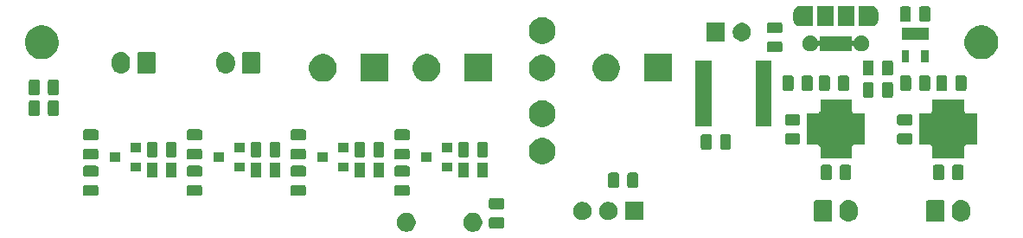
<source format=gbr>
G04 #@! TF.GenerationSoftware,KiCad,Pcbnew,(5.1.5)-3*
G04 #@! TF.CreationDate,2021-01-18T14:34:05-06:00*
G04 #@! TF.ProjectId,USB-PT100,5553422d-5054-4313-9030-2e6b69636164,B*
G04 #@! TF.SameCoordinates,Original*
G04 #@! TF.FileFunction,Soldermask,Top*
G04 #@! TF.FilePolarity,Negative*
%FSLAX46Y46*%
G04 Gerber Fmt 4.6, Leading zero omitted, Abs format (unit mm)*
G04 Created by KiCad (PCBNEW (5.1.5)-3) date 2021-01-18 14:34:05*
%MOMM*%
%LPD*%
G04 APERTURE LIST*
%ADD10C,0.100000*%
G04 APERTURE END LIST*
D10*
G36*
X146460104Y-96722585D02*
G01*
X146628626Y-96792389D01*
X146780291Y-96893728D01*
X146909272Y-97022709D01*
X147010611Y-97174374D01*
X147080415Y-97342896D01*
X147116000Y-97521797D01*
X147116000Y-97704203D01*
X147080415Y-97883104D01*
X147010611Y-98051626D01*
X146909272Y-98203291D01*
X146780291Y-98332272D01*
X146628626Y-98433611D01*
X146460104Y-98503415D01*
X146281203Y-98539000D01*
X146098797Y-98539000D01*
X145919896Y-98503415D01*
X145751374Y-98433611D01*
X145599709Y-98332272D01*
X145470728Y-98203291D01*
X145369389Y-98051626D01*
X145299585Y-97883104D01*
X145264000Y-97704203D01*
X145264000Y-97521797D01*
X145299585Y-97342896D01*
X145369389Y-97174374D01*
X145470728Y-97022709D01*
X145599709Y-96893728D01*
X145751374Y-96792389D01*
X145919896Y-96722585D01*
X146098797Y-96687000D01*
X146281203Y-96687000D01*
X146460104Y-96722585D01*
G37*
G36*
X139960104Y-96722585D02*
G01*
X140128626Y-96792389D01*
X140280291Y-96893728D01*
X140409272Y-97022709D01*
X140510611Y-97174374D01*
X140580415Y-97342896D01*
X140616000Y-97521797D01*
X140616000Y-97704203D01*
X140580415Y-97883104D01*
X140510611Y-98051626D01*
X140409272Y-98203291D01*
X140280291Y-98332272D01*
X140128626Y-98433611D01*
X139960104Y-98503415D01*
X139781203Y-98539000D01*
X139598797Y-98539000D01*
X139419896Y-98503415D01*
X139251374Y-98433611D01*
X139099709Y-98332272D01*
X138970728Y-98203291D01*
X138869389Y-98051626D01*
X138799585Y-97883104D01*
X138764000Y-97704203D01*
X138764000Y-97521797D01*
X138799585Y-97342896D01*
X138869389Y-97174374D01*
X138970728Y-97022709D01*
X139099709Y-96893728D01*
X139251374Y-96792389D01*
X139419896Y-96722585D01*
X139598797Y-96687000D01*
X139781203Y-96687000D01*
X139960104Y-96722585D01*
G37*
G36*
X149112468Y-97127565D02*
G01*
X149151138Y-97139296D01*
X149186777Y-97158346D01*
X149218017Y-97183983D01*
X149243654Y-97215223D01*
X149262704Y-97250862D01*
X149274435Y-97289532D01*
X149279000Y-97335888D01*
X149279000Y-97987112D01*
X149274435Y-98033468D01*
X149262704Y-98072138D01*
X149243654Y-98107777D01*
X149218017Y-98139017D01*
X149186777Y-98164654D01*
X149151138Y-98183704D01*
X149112468Y-98195435D01*
X149066112Y-98200000D01*
X147989888Y-98200000D01*
X147943532Y-98195435D01*
X147904862Y-98183704D01*
X147869223Y-98164654D01*
X147837983Y-98139017D01*
X147812346Y-98107777D01*
X147793296Y-98072138D01*
X147781565Y-98033468D01*
X147777000Y-97987112D01*
X147777000Y-97335888D01*
X147781565Y-97289532D01*
X147793296Y-97250862D01*
X147812346Y-97215223D01*
X147837983Y-97183983D01*
X147869223Y-97158346D01*
X147904862Y-97139296D01*
X147943532Y-97127565D01*
X147989888Y-97123000D01*
X149066112Y-97123000D01*
X149112468Y-97127565D01*
G37*
G36*
X194176626Y-95462037D02*
G01*
X194346465Y-95513557D01*
X194346467Y-95513558D01*
X194502989Y-95597221D01*
X194640186Y-95709814D01*
X194714319Y-95800147D01*
X194752778Y-95847009D01*
X194836443Y-96003534D01*
X194887963Y-96173373D01*
X194891111Y-96205337D01*
X194899416Y-96289654D01*
X194901000Y-96305742D01*
X194901000Y-96694257D01*
X194887963Y-96826626D01*
X194836443Y-96996466D01*
X194752778Y-97152991D01*
X194748383Y-97158346D01*
X194640186Y-97290186D01*
X194547348Y-97366375D01*
X194502991Y-97402778D01*
X194346466Y-97486443D01*
X194176627Y-97537963D01*
X194000000Y-97555359D01*
X193823374Y-97537963D01*
X193653535Y-97486443D01*
X193497010Y-97402778D01*
X193359815Y-97290185D01*
X193247222Y-97152991D01*
X193163557Y-96996466D01*
X193112037Y-96826627D01*
X193099000Y-96694258D01*
X193099000Y-96305743D01*
X193100585Y-96289654D01*
X193108889Y-96205337D01*
X193112037Y-96173374D01*
X193163557Y-96003535D01*
X193247222Y-95847010D01*
X193247223Y-95847009D01*
X193359814Y-95709814D01*
X193461271Y-95626552D01*
X193497009Y-95597222D01*
X193653534Y-95513557D01*
X193823373Y-95462037D01*
X194000000Y-95444641D01*
X194176626Y-95462037D01*
G37*
G36*
X183176626Y-95462037D02*
G01*
X183346465Y-95513557D01*
X183346467Y-95513558D01*
X183502989Y-95597221D01*
X183640186Y-95709814D01*
X183714319Y-95800147D01*
X183752778Y-95847009D01*
X183836443Y-96003534D01*
X183887963Y-96173373D01*
X183891111Y-96205337D01*
X183899416Y-96289654D01*
X183901000Y-96305742D01*
X183901000Y-96694257D01*
X183887963Y-96826626D01*
X183836443Y-96996466D01*
X183752778Y-97152991D01*
X183748383Y-97158346D01*
X183640186Y-97290186D01*
X183547348Y-97366375D01*
X183502991Y-97402778D01*
X183346466Y-97486443D01*
X183176627Y-97537963D01*
X183000000Y-97555359D01*
X182823374Y-97537963D01*
X182653535Y-97486443D01*
X182497010Y-97402778D01*
X182359815Y-97290185D01*
X182247222Y-97152991D01*
X182163557Y-96996466D01*
X182112037Y-96826627D01*
X182099000Y-96694258D01*
X182099000Y-96305743D01*
X182100585Y-96289654D01*
X182108889Y-96205337D01*
X182112037Y-96173374D01*
X182163557Y-96003535D01*
X182247222Y-95847010D01*
X182247223Y-95847009D01*
X182359814Y-95709814D01*
X182461271Y-95626552D01*
X182497009Y-95597222D01*
X182653534Y-95513557D01*
X182823373Y-95462037D01*
X183000000Y-95444641D01*
X183176626Y-95462037D01*
G37*
G36*
X181258600Y-95452989D02*
G01*
X181291652Y-95463015D01*
X181322103Y-95479292D01*
X181348799Y-95501201D01*
X181370708Y-95527897D01*
X181386985Y-95558348D01*
X181397011Y-95591400D01*
X181401000Y-95631903D01*
X181401000Y-97368097D01*
X181397011Y-97408600D01*
X181386985Y-97441652D01*
X181370708Y-97472103D01*
X181348799Y-97498799D01*
X181322103Y-97520708D01*
X181291652Y-97536985D01*
X181258600Y-97547011D01*
X181218097Y-97551000D01*
X179781903Y-97551000D01*
X179741400Y-97547011D01*
X179708348Y-97536985D01*
X179677897Y-97520708D01*
X179651201Y-97498799D01*
X179629292Y-97472103D01*
X179613015Y-97441652D01*
X179602989Y-97408600D01*
X179599000Y-97368097D01*
X179599000Y-95631903D01*
X179602989Y-95591400D01*
X179613015Y-95558348D01*
X179629292Y-95527897D01*
X179651201Y-95501201D01*
X179677897Y-95479292D01*
X179708348Y-95463015D01*
X179741400Y-95452989D01*
X179781903Y-95449000D01*
X181218097Y-95449000D01*
X181258600Y-95452989D01*
G37*
G36*
X192258600Y-95452989D02*
G01*
X192291652Y-95463015D01*
X192322103Y-95479292D01*
X192348799Y-95501201D01*
X192370708Y-95527897D01*
X192386985Y-95558348D01*
X192397011Y-95591400D01*
X192401000Y-95631903D01*
X192401000Y-97368097D01*
X192397011Y-97408600D01*
X192386985Y-97441652D01*
X192370708Y-97472103D01*
X192348799Y-97498799D01*
X192322103Y-97520708D01*
X192291652Y-97536985D01*
X192258600Y-97547011D01*
X192218097Y-97551000D01*
X190781903Y-97551000D01*
X190741400Y-97547011D01*
X190708348Y-97536985D01*
X190677897Y-97520708D01*
X190651201Y-97498799D01*
X190629292Y-97472103D01*
X190613015Y-97441652D01*
X190602989Y-97408600D01*
X190599000Y-97368097D01*
X190599000Y-95631903D01*
X190602989Y-95591400D01*
X190613015Y-95558348D01*
X190629292Y-95527897D01*
X190651201Y-95501201D01*
X190677897Y-95479292D01*
X190708348Y-95463015D01*
X190741400Y-95452989D01*
X190781903Y-95449000D01*
X192218097Y-95449000D01*
X192258600Y-95452989D01*
G37*
G36*
X159573512Y-95603927D02*
G01*
X159722812Y-95633624D01*
X159886784Y-95701544D01*
X160034354Y-95800147D01*
X160159853Y-95925646D01*
X160258456Y-96073216D01*
X160326376Y-96237188D01*
X160361000Y-96411259D01*
X160361000Y-96588741D01*
X160326376Y-96762812D01*
X160258456Y-96926784D01*
X160159853Y-97074354D01*
X160034354Y-97199853D01*
X159886784Y-97298456D01*
X159722812Y-97366376D01*
X159592731Y-97392250D01*
X159548742Y-97401000D01*
X159371258Y-97401000D01*
X159327269Y-97392250D01*
X159197188Y-97366376D01*
X159033216Y-97298456D01*
X158885646Y-97199853D01*
X158760147Y-97074354D01*
X158661544Y-96926784D01*
X158593624Y-96762812D01*
X158559000Y-96588741D01*
X158559000Y-96411259D01*
X158593624Y-96237188D01*
X158661544Y-96073216D01*
X158760147Y-95925646D01*
X158885646Y-95800147D01*
X159033216Y-95701544D01*
X159197188Y-95633624D01*
X159346488Y-95603927D01*
X159371258Y-95599000D01*
X159548742Y-95599000D01*
X159573512Y-95603927D01*
G37*
G36*
X162901000Y-97401000D02*
G01*
X161099000Y-97401000D01*
X161099000Y-95599000D01*
X162901000Y-95599000D01*
X162901000Y-97401000D01*
G37*
G36*
X157033512Y-95603927D02*
G01*
X157182812Y-95633624D01*
X157346784Y-95701544D01*
X157494354Y-95800147D01*
X157619853Y-95925646D01*
X157718456Y-96073216D01*
X157786376Y-96237188D01*
X157821000Y-96411259D01*
X157821000Y-96588741D01*
X157786376Y-96762812D01*
X157718456Y-96926784D01*
X157619853Y-97074354D01*
X157494354Y-97199853D01*
X157346784Y-97298456D01*
X157182812Y-97366376D01*
X157052731Y-97392250D01*
X157008742Y-97401000D01*
X156831258Y-97401000D01*
X156787269Y-97392250D01*
X156657188Y-97366376D01*
X156493216Y-97298456D01*
X156345646Y-97199853D01*
X156220147Y-97074354D01*
X156121544Y-96926784D01*
X156053624Y-96762812D01*
X156019000Y-96588741D01*
X156019000Y-96411259D01*
X156053624Y-96237188D01*
X156121544Y-96073216D01*
X156220147Y-95925646D01*
X156345646Y-95800147D01*
X156493216Y-95701544D01*
X156657188Y-95633624D01*
X156806488Y-95603927D01*
X156831258Y-95599000D01*
X157008742Y-95599000D01*
X157033512Y-95603927D01*
G37*
G36*
X149112468Y-95252565D02*
G01*
X149151138Y-95264296D01*
X149186777Y-95283346D01*
X149218017Y-95308983D01*
X149243654Y-95340223D01*
X149262704Y-95375862D01*
X149274435Y-95414532D01*
X149279000Y-95460888D01*
X149279000Y-96112112D01*
X149274435Y-96158468D01*
X149262704Y-96197138D01*
X149243654Y-96232777D01*
X149218017Y-96264017D01*
X149186777Y-96289654D01*
X149151138Y-96308704D01*
X149112468Y-96320435D01*
X149066112Y-96325000D01*
X147989888Y-96325000D01*
X147943532Y-96320435D01*
X147904862Y-96308704D01*
X147869223Y-96289654D01*
X147837983Y-96264017D01*
X147812346Y-96232777D01*
X147793296Y-96197138D01*
X147781565Y-96158468D01*
X147777000Y-96112112D01*
X147777000Y-95460888D01*
X147781565Y-95414532D01*
X147793296Y-95375862D01*
X147812346Y-95340223D01*
X147837983Y-95308983D01*
X147869223Y-95283346D01*
X147904862Y-95264296D01*
X147943532Y-95252565D01*
X147989888Y-95248000D01*
X149066112Y-95248000D01*
X149112468Y-95252565D01*
G37*
G36*
X139841468Y-93952565D02*
G01*
X139880138Y-93964296D01*
X139915777Y-93983346D01*
X139947017Y-94008983D01*
X139972654Y-94040223D01*
X139991704Y-94075862D01*
X140003435Y-94114532D01*
X140008000Y-94160888D01*
X140008000Y-94812112D01*
X140003435Y-94858468D01*
X139991704Y-94897138D01*
X139972654Y-94932777D01*
X139947017Y-94964017D01*
X139915777Y-94989654D01*
X139880138Y-95008704D01*
X139841468Y-95020435D01*
X139795112Y-95025000D01*
X138718888Y-95025000D01*
X138672532Y-95020435D01*
X138633862Y-95008704D01*
X138598223Y-94989654D01*
X138566983Y-94964017D01*
X138541346Y-94932777D01*
X138522296Y-94897138D01*
X138510565Y-94858468D01*
X138506000Y-94812112D01*
X138506000Y-94160888D01*
X138510565Y-94114532D01*
X138522296Y-94075862D01*
X138541346Y-94040223D01*
X138566983Y-94008983D01*
X138598223Y-93983346D01*
X138633862Y-93964296D01*
X138672532Y-93952565D01*
X138718888Y-93948000D01*
X139795112Y-93948000D01*
X139841468Y-93952565D01*
G37*
G36*
X129681468Y-93952565D02*
G01*
X129720138Y-93964296D01*
X129755777Y-93983346D01*
X129787017Y-94008983D01*
X129812654Y-94040223D01*
X129831704Y-94075862D01*
X129843435Y-94114532D01*
X129848000Y-94160888D01*
X129848000Y-94812112D01*
X129843435Y-94858468D01*
X129831704Y-94897138D01*
X129812654Y-94932777D01*
X129787017Y-94964017D01*
X129755777Y-94989654D01*
X129720138Y-95008704D01*
X129681468Y-95020435D01*
X129635112Y-95025000D01*
X128558888Y-95025000D01*
X128512532Y-95020435D01*
X128473862Y-95008704D01*
X128438223Y-94989654D01*
X128406983Y-94964017D01*
X128381346Y-94932777D01*
X128362296Y-94897138D01*
X128350565Y-94858468D01*
X128346000Y-94812112D01*
X128346000Y-94160888D01*
X128350565Y-94114532D01*
X128362296Y-94075862D01*
X128381346Y-94040223D01*
X128406983Y-94008983D01*
X128438223Y-93983346D01*
X128473862Y-93964296D01*
X128512532Y-93952565D01*
X128558888Y-93948000D01*
X129635112Y-93948000D01*
X129681468Y-93952565D01*
G37*
G36*
X119521468Y-93952565D02*
G01*
X119560138Y-93964296D01*
X119595777Y-93983346D01*
X119627017Y-94008983D01*
X119652654Y-94040223D01*
X119671704Y-94075862D01*
X119683435Y-94114532D01*
X119688000Y-94160888D01*
X119688000Y-94812112D01*
X119683435Y-94858468D01*
X119671704Y-94897138D01*
X119652654Y-94932777D01*
X119627017Y-94964017D01*
X119595777Y-94989654D01*
X119560138Y-95008704D01*
X119521468Y-95020435D01*
X119475112Y-95025000D01*
X118398888Y-95025000D01*
X118352532Y-95020435D01*
X118313862Y-95008704D01*
X118278223Y-94989654D01*
X118246983Y-94964017D01*
X118221346Y-94932777D01*
X118202296Y-94897138D01*
X118190565Y-94858468D01*
X118186000Y-94812112D01*
X118186000Y-94160888D01*
X118190565Y-94114532D01*
X118202296Y-94075862D01*
X118221346Y-94040223D01*
X118246983Y-94008983D01*
X118278223Y-93983346D01*
X118313862Y-93964296D01*
X118352532Y-93952565D01*
X118398888Y-93948000D01*
X119475112Y-93948000D01*
X119521468Y-93952565D01*
G37*
G36*
X109361468Y-93952565D02*
G01*
X109400138Y-93964296D01*
X109435777Y-93983346D01*
X109467017Y-94008983D01*
X109492654Y-94040223D01*
X109511704Y-94075862D01*
X109523435Y-94114532D01*
X109528000Y-94160888D01*
X109528000Y-94812112D01*
X109523435Y-94858468D01*
X109511704Y-94897138D01*
X109492654Y-94932777D01*
X109467017Y-94964017D01*
X109435777Y-94989654D01*
X109400138Y-95008704D01*
X109361468Y-95020435D01*
X109315112Y-95025000D01*
X108238888Y-95025000D01*
X108192532Y-95020435D01*
X108153862Y-95008704D01*
X108118223Y-94989654D01*
X108086983Y-94964017D01*
X108061346Y-94932777D01*
X108042296Y-94897138D01*
X108030565Y-94858468D01*
X108026000Y-94812112D01*
X108026000Y-94160888D01*
X108030565Y-94114532D01*
X108042296Y-94075862D01*
X108061346Y-94040223D01*
X108086983Y-94008983D01*
X108118223Y-93983346D01*
X108153862Y-93964296D01*
X108192532Y-93952565D01*
X108238888Y-93948000D01*
X109315112Y-93948000D01*
X109361468Y-93952565D01*
G37*
G36*
X162246968Y-92753565D02*
G01*
X162285638Y-92765296D01*
X162321277Y-92784346D01*
X162352517Y-92809983D01*
X162378154Y-92841223D01*
X162397204Y-92876862D01*
X162408935Y-92915532D01*
X162413500Y-92961888D01*
X162413500Y-94038112D01*
X162408935Y-94084468D01*
X162397204Y-94123138D01*
X162378154Y-94158777D01*
X162352517Y-94190017D01*
X162321277Y-94215654D01*
X162285638Y-94234704D01*
X162246968Y-94246435D01*
X162200612Y-94251000D01*
X161549388Y-94251000D01*
X161503032Y-94246435D01*
X161464362Y-94234704D01*
X161428723Y-94215654D01*
X161397483Y-94190017D01*
X161371846Y-94158777D01*
X161352796Y-94123138D01*
X161341065Y-94084468D01*
X161336500Y-94038112D01*
X161336500Y-92961888D01*
X161341065Y-92915532D01*
X161352796Y-92876862D01*
X161371846Y-92841223D01*
X161397483Y-92809983D01*
X161428723Y-92784346D01*
X161464362Y-92765296D01*
X161503032Y-92753565D01*
X161549388Y-92749000D01*
X162200612Y-92749000D01*
X162246968Y-92753565D01*
G37*
G36*
X160371968Y-92753565D02*
G01*
X160410638Y-92765296D01*
X160446277Y-92784346D01*
X160477517Y-92809983D01*
X160503154Y-92841223D01*
X160522204Y-92876862D01*
X160533935Y-92915532D01*
X160538500Y-92961888D01*
X160538500Y-94038112D01*
X160533935Y-94084468D01*
X160522204Y-94123138D01*
X160503154Y-94158777D01*
X160477517Y-94190017D01*
X160446277Y-94215654D01*
X160410638Y-94234704D01*
X160371968Y-94246435D01*
X160325612Y-94251000D01*
X159674388Y-94251000D01*
X159628032Y-94246435D01*
X159589362Y-94234704D01*
X159553723Y-94215654D01*
X159522483Y-94190017D01*
X159496846Y-94158777D01*
X159477796Y-94123138D01*
X159466065Y-94084468D01*
X159461500Y-94038112D01*
X159461500Y-92961888D01*
X159466065Y-92915532D01*
X159477796Y-92876862D01*
X159496846Y-92841223D01*
X159522483Y-92809983D01*
X159553723Y-92784346D01*
X159589362Y-92765296D01*
X159628032Y-92753565D01*
X159674388Y-92749000D01*
X160325612Y-92749000D01*
X160371968Y-92753565D01*
G37*
G36*
X194059468Y-91963565D02*
G01*
X194098138Y-91975296D01*
X194133777Y-91994346D01*
X194165017Y-92019983D01*
X194190654Y-92051223D01*
X194209704Y-92086862D01*
X194221435Y-92125532D01*
X194226000Y-92171888D01*
X194226000Y-93248112D01*
X194221435Y-93294468D01*
X194209704Y-93333138D01*
X194190654Y-93368777D01*
X194165017Y-93400017D01*
X194133777Y-93425654D01*
X194098138Y-93444704D01*
X194059468Y-93456435D01*
X194013112Y-93461000D01*
X193361888Y-93461000D01*
X193315532Y-93456435D01*
X193276862Y-93444704D01*
X193241223Y-93425654D01*
X193209983Y-93400017D01*
X193184346Y-93368777D01*
X193165296Y-93333138D01*
X193153565Y-93294468D01*
X193149000Y-93248112D01*
X193149000Y-92171888D01*
X193153565Y-92125532D01*
X193165296Y-92086862D01*
X193184346Y-92051223D01*
X193209983Y-92019983D01*
X193241223Y-91994346D01*
X193276862Y-91975296D01*
X193315532Y-91963565D01*
X193361888Y-91959000D01*
X194013112Y-91959000D01*
X194059468Y-91963565D01*
G37*
G36*
X181184468Y-91963565D02*
G01*
X181223138Y-91975296D01*
X181258777Y-91994346D01*
X181290017Y-92019983D01*
X181315654Y-92051223D01*
X181334704Y-92086862D01*
X181346435Y-92125532D01*
X181351000Y-92171888D01*
X181351000Y-93248112D01*
X181346435Y-93294468D01*
X181334704Y-93333138D01*
X181315654Y-93368777D01*
X181290017Y-93400017D01*
X181258777Y-93425654D01*
X181223138Y-93444704D01*
X181184468Y-93456435D01*
X181138112Y-93461000D01*
X180486888Y-93461000D01*
X180440532Y-93456435D01*
X180401862Y-93444704D01*
X180366223Y-93425654D01*
X180334983Y-93400017D01*
X180309346Y-93368777D01*
X180290296Y-93333138D01*
X180278565Y-93294468D01*
X180274000Y-93248112D01*
X180274000Y-92171888D01*
X180278565Y-92125532D01*
X180290296Y-92086862D01*
X180309346Y-92051223D01*
X180334983Y-92019983D01*
X180366223Y-91994346D01*
X180401862Y-91975296D01*
X180440532Y-91963565D01*
X180486888Y-91959000D01*
X181138112Y-91959000D01*
X181184468Y-91963565D01*
G37*
G36*
X183059468Y-91963565D02*
G01*
X183098138Y-91975296D01*
X183133777Y-91994346D01*
X183165017Y-92019983D01*
X183190654Y-92051223D01*
X183209704Y-92086862D01*
X183221435Y-92125532D01*
X183226000Y-92171888D01*
X183226000Y-93248112D01*
X183221435Y-93294468D01*
X183209704Y-93333138D01*
X183190654Y-93368777D01*
X183165017Y-93400017D01*
X183133777Y-93425654D01*
X183098138Y-93444704D01*
X183059468Y-93456435D01*
X183013112Y-93461000D01*
X182361888Y-93461000D01*
X182315532Y-93456435D01*
X182276862Y-93444704D01*
X182241223Y-93425654D01*
X182209983Y-93400017D01*
X182184346Y-93368777D01*
X182165296Y-93333138D01*
X182153565Y-93294468D01*
X182149000Y-93248112D01*
X182149000Y-92171888D01*
X182153565Y-92125532D01*
X182165296Y-92086862D01*
X182184346Y-92051223D01*
X182209983Y-92019983D01*
X182241223Y-91994346D01*
X182276862Y-91975296D01*
X182315532Y-91963565D01*
X182361888Y-91959000D01*
X183013112Y-91959000D01*
X183059468Y-91963565D01*
G37*
G36*
X192184468Y-91963565D02*
G01*
X192223138Y-91975296D01*
X192258777Y-91994346D01*
X192290017Y-92019983D01*
X192315654Y-92051223D01*
X192334704Y-92086862D01*
X192346435Y-92125532D01*
X192351000Y-92171888D01*
X192351000Y-93248112D01*
X192346435Y-93294468D01*
X192334704Y-93333138D01*
X192315654Y-93368777D01*
X192290017Y-93400017D01*
X192258777Y-93425654D01*
X192223138Y-93444704D01*
X192184468Y-93456435D01*
X192138112Y-93461000D01*
X191486888Y-93461000D01*
X191440532Y-93456435D01*
X191401862Y-93444704D01*
X191366223Y-93425654D01*
X191334983Y-93400017D01*
X191309346Y-93368777D01*
X191290296Y-93333138D01*
X191278565Y-93294468D01*
X191274000Y-93248112D01*
X191274000Y-92171888D01*
X191278565Y-92125532D01*
X191290296Y-92086862D01*
X191309346Y-92051223D01*
X191334983Y-92019983D01*
X191366223Y-91994346D01*
X191401862Y-91975296D01*
X191440532Y-91963565D01*
X191486888Y-91959000D01*
X192138112Y-91959000D01*
X192184468Y-91963565D01*
G37*
G36*
X117055468Y-91753565D02*
G01*
X117094138Y-91765296D01*
X117129777Y-91784346D01*
X117161017Y-91809983D01*
X117186654Y-91841223D01*
X117205704Y-91876862D01*
X117217435Y-91915532D01*
X117222000Y-91961888D01*
X117222000Y-93038112D01*
X117217435Y-93084468D01*
X117205704Y-93123138D01*
X117186654Y-93158777D01*
X117161017Y-93190017D01*
X117129777Y-93215654D01*
X117094138Y-93234704D01*
X117055468Y-93246435D01*
X117009112Y-93251000D01*
X116357888Y-93251000D01*
X116311532Y-93246435D01*
X116272862Y-93234704D01*
X116237223Y-93215654D01*
X116205983Y-93190017D01*
X116180346Y-93158777D01*
X116161296Y-93123138D01*
X116149565Y-93084468D01*
X116145000Y-93038112D01*
X116145000Y-91961888D01*
X116149565Y-91915532D01*
X116161296Y-91876862D01*
X116180346Y-91841223D01*
X116205983Y-91809983D01*
X116237223Y-91784346D01*
X116272862Y-91765296D01*
X116311532Y-91753565D01*
X116357888Y-91749000D01*
X117009112Y-91749000D01*
X117055468Y-91753565D01*
G37*
G36*
X115180468Y-91753565D02*
G01*
X115219138Y-91765296D01*
X115254777Y-91784346D01*
X115286017Y-91809983D01*
X115311654Y-91841223D01*
X115330704Y-91876862D01*
X115342435Y-91915532D01*
X115347000Y-91961888D01*
X115347000Y-93038112D01*
X115342435Y-93084468D01*
X115330704Y-93123138D01*
X115311654Y-93158777D01*
X115286017Y-93190017D01*
X115254777Y-93215654D01*
X115219138Y-93234704D01*
X115180468Y-93246435D01*
X115134112Y-93251000D01*
X114482888Y-93251000D01*
X114436532Y-93246435D01*
X114397862Y-93234704D01*
X114362223Y-93215654D01*
X114330983Y-93190017D01*
X114305346Y-93158777D01*
X114286296Y-93123138D01*
X114274565Y-93084468D01*
X114270000Y-93038112D01*
X114270000Y-91961888D01*
X114274565Y-91915532D01*
X114286296Y-91876862D01*
X114305346Y-91841223D01*
X114330983Y-91809983D01*
X114362223Y-91784346D01*
X114397862Y-91765296D01*
X114436532Y-91753565D01*
X114482888Y-91749000D01*
X115134112Y-91749000D01*
X115180468Y-91753565D01*
G37*
G36*
X125340468Y-91753565D02*
G01*
X125379138Y-91765296D01*
X125414777Y-91784346D01*
X125446017Y-91809983D01*
X125471654Y-91841223D01*
X125490704Y-91876862D01*
X125502435Y-91915532D01*
X125507000Y-91961888D01*
X125507000Y-93038112D01*
X125502435Y-93084468D01*
X125490704Y-93123138D01*
X125471654Y-93158777D01*
X125446017Y-93190017D01*
X125414777Y-93215654D01*
X125379138Y-93234704D01*
X125340468Y-93246435D01*
X125294112Y-93251000D01*
X124642888Y-93251000D01*
X124596532Y-93246435D01*
X124557862Y-93234704D01*
X124522223Y-93215654D01*
X124490983Y-93190017D01*
X124465346Y-93158777D01*
X124446296Y-93123138D01*
X124434565Y-93084468D01*
X124430000Y-93038112D01*
X124430000Y-91961888D01*
X124434565Y-91915532D01*
X124446296Y-91876862D01*
X124465346Y-91841223D01*
X124490983Y-91809983D01*
X124522223Y-91784346D01*
X124557862Y-91765296D01*
X124596532Y-91753565D01*
X124642888Y-91749000D01*
X125294112Y-91749000D01*
X125340468Y-91753565D01*
G37*
G36*
X147535468Y-91753565D02*
G01*
X147574138Y-91765296D01*
X147609777Y-91784346D01*
X147641017Y-91809983D01*
X147666654Y-91841223D01*
X147685704Y-91876862D01*
X147697435Y-91915532D01*
X147702000Y-91961888D01*
X147702000Y-93038112D01*
X147697435Y-93084468D01*
X147685704Y-93123138D01*
X147666654Y-93158777D01*
X147641017Y-93190017D01*
X147609777Y-93215654D01*
X147574138Y-93234704D01*
X147535468Y-93246435D01*
X147489112Y-93251000D01*
X146837888Y-93251000D01*
X146791532Y-93246435D01*
X146752862Y-93234704D01*
X146717223Y-93215654D01*
X146685983Y-93190017D01*
X146660346Y-93158777D01*
X146641296Y-93123138D01*
X146629565Y-93084468D01*
X146625000Y-93038112D01*
X146625000Y-91961888D01*
X146629565Y-91915532D01*
X146641296Y-91876862D01*
X146660346Y-91841223D01*
X146685983Y-91809983D01*
X146717223Y-91784346D01*
X146752862Y-91765296D01*
X146791532Y-91753565D01*
X146837888Y-91749000D01*
X147489112Y-91749000D01*
X147535468Y-91753565D01*
G37*
G36*
X145660468Y-91753565D02*
G01*
X145699138Y-91765296D01*
X145734777Y-91784346D01*
X145766017Y-91809983D01*
X145791654Y-91841223D01*
X145810704Y-91876862D01*
X145822435Y-91915532D01*
X145827000Y-91961888D01*
X145827000Y-93038112D01*
X145822435Y-93084468D01*
X145810704Y-93123138D01*
X145791654Y-93158777D01*
X145766017Y-93190017D01*
X145734777Y-93215654D01*
X145699138Y-93234704D01*
X145660468Y-93246435D01*
X145614112Y-93251000D01*
X144962888Y-93251000D01*
X144916532Y-93246435D01*
X144877862Y-93234704D01*
X144842223Y-93215654D01*
X144810983Y-93190017D01*
X144785346Y-93158777D01*
X144766296Y-93123138D01*
X144754565Y-93084468D01*
X144750000Y-93038112D01*
X144750000Y-91961888D01*
X144754565Y-91915532D01*
X144766296Y-91876862D01*
X144785346Y-91841223D01*
X144810983Y-91809983D01*
X144842223Y-91784346D01*
X144877862Y-91765296D01*
X144916532Y-91753565D01*
X144962888Y-91749000D01*
X145614112Y-91749000D01*
X145660468Y-91753565D01*
G37*
G36*
X137375468Y-91753565D02*
G01*
X137414138Y-91765296D01*
X137449777Y-91784346D01*
X137481017Y-91809983D01*
X137506654Y-91841223D01*
X137525704Y-91876862D01*
X137537435Y-91915532D01*
X137542000Y-91961888D01*
X137542000Y-93038112D01*
X137537435Y-93084468D01*
X137525704Y-93123138D01*
X137506654Y-93158777D01*
X137481017Y-93190017D01*
X137449777Y-93215654D01*
X137414138Y-93234704D01*
X137375468Y-93246435D01*
X137329112Y-93251000D01*
X136677888Y-93251000D01*
X136631532Y-93246435D01*
X136592862Y-93234704D01*
X136557223Y-93215654D01*
X136525983Y-93190017D01*
X136500346Y-93158777D01*
X136481296Y-93123138D01*
X136469565Y-93084468D01*
X136465000Y-93038112D01*
X136465000Y-91961888D01*
X136469565Y-91915532D01*
X136481296Y-91876862D01*
X136500346Y-91841223D01*
X136525983Y-91809983D01*
X136557223Y-91784346D01*
X136592862Y-91765296D01*
X136631532Y-91753565D01*
X136677888Y-91749000D01*
X137329112Y-91749000D01*
X137375468Y-91753565D01*
G37*
G36*
X135500468Y-91753565D02*
G01*
X135539138Y-91765296D01*
X135574777Y-91784346D01*
X135606017Y-91809983D01*
X135631654Y-91841223D01*
X135650704Y-91876862D01*
X135662435Y-91915532D01*
X135667000Y-91961888D01*
X135667000Y-93038112D01*
X135662435Y-93084468D01*
X135650704Y-93123138D01*
X135631654Y-93158777D01*
X135606017Y-93190017D01*
X135574777Y-93215654D01*
X135539138Y-93234704D01*
X135500468Y-93246435D01*
X135454112Y-93251000D01*
X134802888Y-93251000D01*
X134756532Y-93246435D01*
X134717862Y-93234704D01*
X134682223Y-93215654D01*
X134650983Y-93190017D01*
X134625346Y-93158777D01*
X134606296Y-93123138D01*
X134594565Y-93084468D01*
X134590000Y-93038112D01*
X134590000Y-91961888D01*
X134594565Y-91915532D01*
X134606296Y-91876862D01*
X134625346Y-91841223D01*
X134650983Y-91809983D01*
X134682223Y-91784346D01*
X134717862Y-91765296D01*
X134756532Y-91753565D01*
X134802888Y-91749000D01*
X135454112Y-91749000D01*
X135500468Y-91753565D01*
G37*
G36*
X127215468Y-91753565D02*
G01*
X127254138Y-91765296D01*
X127289777Y-91784346D01*
X127321017Y-91809983D01*
X127346654Y-91841223D01*
X127365704Y-91876862D01*
X127377435Y-91915532D01*
X127382000Y-91961888D01*
X127382000Y-93038112D01*
X127377435Y-93084468D01*
X127365704Y-93123138D01*
X127346654Y-93158777D01*
X127321017Y-93190017D01*
X127289777Y-93215654D01*
X127254138Y-93234704D01*
X127215468Y-93246435D01*
X127169112Y-93251000D01*
X126517888Y-93251000D01*
X126471532Y-93246435D01*
X126432862Y-93234704D01*
X126397223Y-93215654D01*
X126365983Y-93190017D01*
X126340346Y-93158777D01*
X126321296Y-93123138D01*
X126309565Y-93084468D01*
X126305000Y-93038112D01*
X126305000Y-91961888D01*
X126309565Y-91915532D01*
X126321296Y-91876862D01*
X126340346Y-91841223D01*
X126365983Y-91809983D01*
X126397223Y-91784346D01*
X126432862Y-91765296D01*
X126471532Y-91753565D01*
X126517888Y-91749000D01*
X127169112Y-91749000D01*
X127215468Y-91753565D01*
G37*
G36*
X119521468Y-92077565D02*
G01*
X119560138Y-92089296D01*
X119595777Y-92108346D01*
X119627017Y-92133983D01*
X119652654Y-92165223D01*
X119671704Y-92200862D01*
X119683435Y-92239532D01*
X119688000Y-92285888D01*
X119688000Y-92937112D01*
X119683435Y-92983468D01*
X119671704Y-93022138D01*
X119652654Y-93057777D01*
X119627017Y-93089017D01*
X119595777Y-93114654D01*
X119560138Y-93133704D01*
X119521468Y-93145435D01*
X119475112Y-93150000D01*
X118398888Y-93150000D01*
X118352532Y-93145435D01*
X118313862Y-93133704D01*
X118278223Y-93114654D01*
X118246983Y-93089017D01*
X118221346Y-93057777D01*
X118202296Y-93022138D01*
X118190565Y-92983468D01*
X118186000Y-92937112D01*
X118186000Y-92285888D01*
X118190565Y-92239532D01*
X118202296Y-92200862D01*
X118221346Y-92165223D01*
X118246983Y-92133983D01*
X118278223Y-92108346D01*
X118313862Y-92089296D01*
X118352532Y-92077565D01*
X118398888Y-92073000D01*
X119475112Y-92073000D01*
X119521468Y-92077565D01*
G37*
G36*
X129681468Y-92077565D02*
G01*
X129720138Y-92089296D01*
X129755777Y-92108346D01*
X129787017Y-92133983D01*
X129812654Y-92165223D01*
X129831704Y-92200862D01*
X129843435Y-92239532D01*
X129848000Y-92285888D01*
X129848000Y-92937112D01*
X129843435Y-92983468D01*
X129831704Y-93022138D01*
X129812654Y-93057777D01*
X129787017Y-93089017D01*
X129755777Y-93114654D01*
X129720138Y-93133704D01*
X129681468Y-93145435D01*
X129635112Y-93150000D01*
X128558888Y-93150000D01*
X128512532Y-93145435D01*
X128473862Y-93133704D01*
X128438223Y-93114654D01*
X128406983Y-93089017D01*
X128381346Y-93057777D01*
X128362296Y-93022138D01*
X128350565Y-92983468D01*
X128346000Y-92937112D01*
X128346000Y-92285888D01*
X128350565Y-92239532D01*
X128362296Y-92200862D01*
X128381346Y-92165223D01*
X128406983Y-92133983D01*
X128438223Y-92108346D01*
X128473862Y-92089296D01*
X128512532Y-92077565D01*
X128558888Y-92073000D01*
X129635112Y-92073000D01*
X129681468Y-92077565D01*
G37*
G36*
X109361468Y-92077565D02*
G01*
X109400138Y-92089296D01*
X109435777Y-92108346D01*
X109467017Y-92133983D01*
X109492654Y-92165223D01*
X109511704Y-92200862D01*
X109523435Y-92239532D01*
X109528000Y-92285888D01*
X109528000Y-92937112D01*
X109523435Y-92983468D01*
X109511704Y-93022138D01*
X109492654Y-93057777D01*
X109467017Y-93089017D01*
X109435777Y-93114654D01*
X109400138Y-93133704D01*
X109361468Y-93145435D01*
X109315112Y-93150000D01*
X108238888Y-93150000D01*
X108192532Y-93145435D01*
X108153862Y-93133704D01*
X108118223Y-93114654D01*
X108086983Y-93089017D01*
X108061346Y-93057777D01*
X108042296Y-93022138D01*
X108030565Y-92983468D01*
X108026000Y-92937112D01*
X108026000Y-92285888D01*
X108030565Y-92239532D01*
X108042296Y-92200862D01*
X108061346Y-92165223D01*
X108086983Y-92133983D01*
X108118223Y-92108346D01*
X108153862Y-92089296D01*
X108192532Y-92077565D01*
X108238888Y-92073000D01*
X109315112Y-92073000D01*
X109361468Y-92077565D01*
G37*
G36*
X139841468Y-92077565D02*
G01*
X139880138Y-92089296D01*
X139915777Y-92108346D01*
X139947017Y-92133983D01*
X139972654Y-92165223D01*
X139991704Y-92200862D01*
X140003435Y-92239532D01*
X140008000Y-92285888D01*
X140008000Y-92937112D01*
X140003435Y-92983468D01*
X139991704Y-93022138D01*
X139972654Y-93057777D01*
X139947017Y-93089017D01*
X139915777Y-93114654D01*
X139880138Y-93133704D01*
X139841468Y-93145435D01*
X139795112Y-93150000D01*
X138718888Y-93150000D01*
X138672532Y-93145435D01*
X138633862Y-93133704D01*
X138598223Y-93114654D01*
X138566983Y-93089017D01*
X138541346Y-93057777D01*
X138522296Y-93022138D01*
X138510565Y-92983468D01*
X138506000Y-92937112D01*
X138506000Y-92285888D01*
X138510565Y-92239532D01*
X138522296Y-92200862D01*
X138541346Y-92165223D01*
X138566983Y-92133983D01*
X138598223Y-92108346D01*
X138633862Y-92089296D01*
X138672532Y-92077565D01*
X138718888Y-92073000D01*
X139795112Y-92073000D01*
X139841468Y-92077565D01*
G37*
G36*
X134017000Y-92651000D02*
G01*
X133015000Y-92651000D01*
X133015000Y-91749000D01*
X134017000Y-91749000D01*
X134017000Y-92651000D01*
G37*
G36*
X113697000Y-92651000D02*
G01*
X112695000Y-92651000D01*
X112695000Y-91749000D01*
X113697000Y-91749000D01*
X113697000Y-92651000D01*
G37*
G36*
X123857000Y-92651000D02*
G01*
X122855000Y-92651000D01*
X122855000Y-91749000D01*
X123857000Y-91749000D01*
X123857000Y-92651000D01*
G37*
G36*
X144177000Y-92651000D02*
G01*
X143175000Y-92651000D01*
X143175000Y-91749000D01*
X144177000Y-91749000D01*
X144177000Y-92651000D01*
G37*
G36*
X153379487Y-89383996D02*
G01*
X153616253Y-89482068D01*
X153616255Y-89482069D01*
X153829339Y-89624447D01*
X154010553Y-89805661D01*
X154124370Y-89976000D01*
X154152932Y-90018747D01*
X154251004Y-90255513D01*
X154301000Y-90506861D01*
X154301000Y-90763139D01*
X154251004Y-91014487D01*
X154161526Y-91230505D01*
X154152931Y-91251255D01*
X154010553Y-91464339D01*
X153829339Y-91645553D01*
X153616255Y-91787931D01*
X153616254Y-91787932D01*
X153616253Y-91787932D01*
X153379487Y-91886004D01*
X153128139Y-91936000D01*
X152871861Y-91936000D01*
X152620513Y-91886004D01*
X152383747Y-91787932D01*
X152383746Y-91787932D01*
X152383745Y-91787931D01*
X152170661Y-91645553D01*
X151989447Y-91464339D01*
X151847069Y-91251255D01*
X151838474Y-91230505D01*
X151748996Y-91014487D01*
X151699000Y-90763139D01*
X151699000Y-90506861D01*
X151748996Y-90255513D01*
X151847068Y-90018747D01*
X151875631Y-89976000D01*
X151989447Y-89805661D01*
X152170661Y-89624447D01*
X152383745Y-89482069D01*
X152383747Y-89482068D01*
X152620513Y-89383996D01*
X152871861Y-89334000D01*
X153128139Y-89334000D01*
X153379487Y-89383996D01*
G37*
G36*
X132017000Y-91701000D02*
G01*
X131015000Y-91701000D01*
X131015000Y-90799000D01*
X132017000Y-90799000D01*
X132017000Y-91701000D01*
G37*
G36*
X142177000Y-91701000D02*
G01*
X141175000Y-91701000D01*
X141175000Y-90799000D01*
X142177000Y-90799000D01*
X142177000Y-91701000D01*
G37*
G36*
X111697000Y-91701000D02*
G01*
X110695000Y-91701000D01*
X110695000Y-90799000D01*
X111697000Y-90799000D01*
X111697000Y-91701000D01*
G37*
G36*
X121857000Y-91701000D02*
G01*
X120855000Y-91701000D01*
X120855000Y-90799000D01*
X121857000Y-90799000D01*
X121857000Y-91701000D01*
G37*
G36*
X119521468Y-90396565D02*
G01*
X119560138Y-90408296D01*
X119595777Y-90427346D01*
X119627017Y-90452983D01*
X119652654Y-90484223D01*
X119671704Y-90519862D01*
X119683435Y-90558532D01*
X119688000Y-90604888D01*
X119688000Y-91256112D01*
X119683435Y-91302468D01*
X119671704Y-91341138D01*
X119652654Y-91376777D01*
X119627017Y-91408017D01*
X119595777Y-91433654D01*
X119560138Y-91452704D01*
X119521468Y-91464435D01*
X119475112Y-91469000D01*
X118398888Y-91469000D01*
X118352532Y-91464435D01*
X118313862Y-91452704D01*
X118278223Y-91433654D01*
X118246983Y-91408017D01*
X118221346Y-91376777D01*
X118202296Y-91341138D01*
X118190565Y-91302468D01*
X118186000Y-91256112D01*
X118186000Y-90604888D01*
X118190565Y-90558532D01*
X118202296Y-90519862D01*
X118221346Y-90484223D01*
X118246983Y-90452983D01*
X118278223Y-90427346D01*
X118313862Y-90408296D01*
X118352532Y-90396565D01*
X118398888Y-90392000D01*
X119475112Y-90392000D01*
X119521468Y-90396565D01*
G37*
G36*
X109361468Y-90396565D02*
G01*
X109400138Y-90408296D01*
X109435777Y-90427346D01*
X109467017Y-90452983D01*
X109492654Y-90484223D01*
X109511704Y-90519862D01*
X109523435Y-90558532D01*
X109528000Y-90604888D01*
X109528000Y-91256112D01*
X109523435Y-91302468D01*
X109511704Y-91341138D01*
X109492654Y-91376777D01*
X109467017Y-91408017D01*
X109435777Y-91433654D01*
X109400138Y-91452704D01*
X109361468Y-91464435D01*
X109315112Y-91469000D01*
X108238888Y-91469000D01*
X108192532Y-91464435D01*
X108153862Y-91452704D01*
X108118223Y-91433654D01*
X108086983Y-91408017D01*
X108061346Y-91376777D01*
X108042296Y-91341138D01*
X108030565Y-91302468D01*
X108026000Y-91256112D01*
X108026000Y-90604888D01*
X108030565Y-90558532D01*
X108042296Y-90519862D01*
X108061346Y-90484223D01*
X108086983Y-90452983D01*
X108118223Y-90427346D01*
X108153862Y-90408296D01*
X108192532Y-90396565D01*
X108238888Y-90392000D01*
X109315112Y-90392000D01*
X109361468Y-90396565D01*
G37*
G36*
X129681468Y-90396565D02*
G01*
X129720138Y-90408296D01*
X129755777Y-90427346D01*
X129787017Y-90452983D01*
X129812654Y-90484223D01*
X129831704Y-90519862D01*
X129843435Y-90558532D01*
X129848000Y-90604888D01*
X129848000Y-91256112D01*
X129843435Y-91302468D01*
X129831704Y-91341138D01*
X129812654Y-91376777D01*
X129787017Y-91408017D01*
X129755777Y-91433654D01*
X129720138Y-91452704D01*
X129681468Y-91464435D01*
X129635112Y-91469000D01*
X128558888Y-91469000D01*
X128512532Y-91464435D01*
X128473862Y-91452704D01*
X128438223Y-91433654D01*
X128406983Y-91408017D01*
X128381346Y-91376777D01*
X128362296Y-91341138D01*
X128350565Y-91302468D01*
X128346000Y-91256112D01*
X128346000Y-90604888D01*
X128350565Y-90558532D01*
X128362296Y-90519862D01*
X128381346Y-90484223D01*
X128406983Y-90452983D01*
X128438223Y-90427346D01*
X128473862Y-90408296D01*
X128512532Y-90396565D01*
X128558888Y-90392000D01*
X129635112Y-90392000D01*
X129681468Y-90396565D01*
G37*
G36*
X139841468Y-90396565D02*
G01*
X139880138Y-90408296D01*
X139915777Y-90427346D01*
X139947017Y-90452983D01*
X139972654Y-90484223D01*
X139991704Y-90519862D01*
X140003435Y-90558532D01*
X140008000Y-90604888D01*
X140008000Y-91256112D01*
X140003435Y-91302468D01*
X139991704Y-91341138D01*
X139972654Y-91376777D01*
X139947017Y-91408017D01*
X139915777Y-91433654D01*
X139880138Y-91452704D01*
X139841468Y-91464435D01*
X139795112Y-91469000D01*
X138718888Y-91469000D01*
X138672532Y-91464435D01*
X138633862Y-91452704D01*
X138598223Y-91433654D01*
X138566983Y-91408017D01*
X138541346Y-91376777D01*
X138522296Y-91341138D01*
X138510565Y-91302468D01*
X138506000Y-91256112D01*
X138506000Y-90604888D01*
X138510565Y-90558532D01*
X138522296Y-90519862D01*
X138541346Y-90484223D01*
X138566983Y-90452983D01*
X138598223Y-90427346D01*
X138633862Y-90408296D01*
X138672532Y-90396565D01*
X138718888Y-90392000D01*
X139795112Y-90392000D01*
X139841468Y-90396565D01*
G37*
G36*
X194276000Y-86699001D02*
G01*
X194278402Y-86723387D01*
X194285515Y-86746836D01*
X194297066Y-86768447D01*
X194312611Y-86787389D01*
X194331553Y-86802934D01*
X194353164Y-86814485D01*
X194376613Y-86821598D01*
X194400999Y-86824000D01*
X194426000Y-86824000D01*
X194426000Y-86849001D01*
X194428402Y-86873387D01*
X194435515Y-86896836D01*
X194447066Y-86918447D01*
X194462611Y-86937389D01*
X194481553Y-86952934D01*
X194503164Y-86964485D01*
X194526613Y-86971598D01*
X194550999Y-86974000D01*
X195616000Y-86974000D01*
X195616000Y-90026000D01*
X194550999Y-90026000D01*
X194526613Y-90028402D01*
X194503164Y-90035515D01*
X194481553Y-90047066D01*
X194462611Y-90062611D01*
X194447066Y-90081553D01*
X194435515Y-90103164D01*
X194428402Y-90126613D01*
X194426000Y-90150999D01*
X194426000Y-90176000D01*
X194400999Y-90176000D01*
X194376613Y-90178402D01*
X194353164Y-90185515D01*
X194331553Y-90197066D01*
X194312611Y-90212611D01*
X194297066Y-90231553D01*
X194285515Y-90253164D01*
X194278402Y-90276613D01*
X194276000Y-90300999D01*
X194276000Y-91366000D01*
X191224000Y-91366000D01*
X191224000Y-90300999D01*
X191221598Y-90276613D01*
X191214485Y-90253164D01*
X191202934Y-90231553D01*
X191187389Y-90212611D01*
X191168447Y-90197066D01*
X191146836Y-90185515D01*
X191123387Y-90178402D01*
X191099001Y-90176000D01*
X191074000Y-90176000D01*
X191074000Y-90150999D01*
X191071598Y-90126613D01*
X191064485Y-90103164D01*
X191052934Y-90081553D01*
X191037389Y-90062611D01*
X191018447Y-90047066D01*
X190996836Y-90035515D01*
X190973387Y-90028402D01*
X190949001Y-90026000D01*
X189884000Y-90026000D01*
X189884000Y-86974000D01*
X190949001Y-86974000D01*
X190973387Y-86971598D01*
X190996836Y-86964485D01*
X191018447Y-86952934D01*
X191037389Y-86937389D01*
X191052934Y-86918447D01*
X191064485Y-86896836D01*
X191071598Y-86873387D01*
X191074000Y-86849001D01*
X191074000Y-86824000D01*
X191099001Y-86824000D01*
X191123387Y-86821598D01*
X191146836Y-86814485D01*
X191168447Y-86802934D01*
X191187389Y-86787389D01*
X191202934Y-86768447D01*
X191214485Y-86746836D01*
X191221598Y-86723387D01*
X191224000Y-86699001D01*
X191224000Y-85634000D01*
X194276000Y-85634000D01*
X194276000Y-86699001D01*
G37*
G36*
X183276000Y-86699001D02*
G01*
X183278402Y-86723387D01*
X183285515Y-86746836D01*
X183297066Y-86768447D01*
X183312611Y-86787389D01*
X183331553Y-86802934D01*
X183353164Y-86814485D01*
X183376613Y-86821598D01*
X183400999Y-86824000D01*
X183426000Y-86824000D01*
X183426000Y-86849001D01*
X183428402Y-86873387D01*
X183435515Y-86896836D01*
X183447066Y-86918447D01*
X183462611Y-86937389D01*
X183481553Y-86952934D01*
X183503164Y-86964485D01*
X183526613Y-86971598D01*
X183550999Y-86974000D01*
X184616000Y-86974000D01*
X184616000Y-90026000D01*
X183550999Y-90026000D01*
X183526613Y-90028402D01*
X183503164Y-90035515D01*
X183481553Y-90047066D01*
X183462611Y-90062611D01*
X183447066Y-90081553D01*
X183435515Y-90103164D01*
X183428402Y-90126613D01*
X183426000Y-90150999D01*
X183426000Y-90176000D01*
X183400999Y-90176000D01*
X183376613Y-90178402D01*
X183353164Y-90185515D01*
X183331553Y-90197066D01*
X183312611Y-90212611D01*
X183297066Y-90231553D01*
X183285515Y-90253164D01*
X183278402Y-90276613D01*
X183276000Y-90300999D01*
X183276000Y-91366000D01*
X180224000Y-91366000D01*
X180224000Y-90300999D01*
X180221598Y-90276613D01*
X180214485Y-90253164D01*
X180202934Y-90231553D01*
X180187389Y-90212611D01*
X180168447Y-90197066D01*
X180146836Y-90185515D01*
X180123387Y-90178402D01*
X180099001Y-90176000D01*
X180074000Y-90176000D01*
X180074000Y-90150999D01*
X180071598Y-90126613D01*
X180064485Y-90103164D01*
X180052934Y-90081553D01*
X180037389Y-90062611D01*
X180018447Y-90047066D01*
X179996836Y-90035515D01*
X179973387Y-90028402D01*
X179949001Y-90026000D01*
X178884000Y-90026000D01*
X178884000Y-86974000D01*
X179949001Y-86974000D01*
X179973387Y-86971598D01*
X179996836Y-86964485D01*
X180018447Y-86952934D01*
X180037389Y-86937389D01*
X180052934Y-86918447D01*
X180064485Y-86896836D01*
X180071598Y-86873387D01*
X180074000Y-86849001D01*
X180074000Y-86824000D01*
X180099001Y-86824000D01*
X180123387Y-86821598D01*
X180146836Y-86814485D01*
X180168447Y-86802934D01*
X180187389Y-86787389D01*
X180202934Y-86768447D01*
X180214485Y-86746836D01*
X180221598Y-86723387D01*
X180224000Y-86699001D01*
X180224000Y-85634000D01*
X183276000Y-85634000D01*
X183276000Y-86699001D01*
G37*
G36*
X125340468Y-89753565D02*
G01*
X125379138Y-89765296D01*
X125414777Y-89784346D01*
X125446017Y-89809983D01*
X125471654Y-89841223D01*
X125490704Y-89876862D01*
X125502435Y-89915532D01*
X125507000Y-89961888D01*
X125507000Y-91038112D01*
X125502435Y-91084468D01*
X125490704Y-91123138D01*
X125471654Y-91158777D01*
X125446017Y-91190017D01*
X125414777Y-91215654D01*
X125379138Y-91234704D01*
X125340468Y-91246435D01*
X125294112Y-91251000D01*
X124642888Y-91251000D01*
X124596532Y-91246435D01*
X124557862Y-91234704D01*
X124522223Y-91215654D01*
X124490983Y-91190017D01*
X124465346Y-91158777D01*
X124446296Y-91123138D01*
X124434565Y-91084468D01*
X124430000Y-91038112D01*
X124430000Y-89961888D01*
X124434565Y-89915532D01*
X124446296Y-89876862D01*
X124465346Y-89841223D01*
X124490983Y-89809983D01*
X124522223Y-89784346D01*
X124557862Y-89765296D01*
X124596532Y-89753565D01*
X124642888Y-89749000D01*
X125294112Y-89749000D01*
X125340468Y-89753565D01*
G37*
G36*
X117055468Y-89753565D02*
G01*
X117094138Y-89765296D01*
X117129777Y-89784346D01*
X117161017Y-89809983D01*
X117186654Y-89841223D01*
X117205704Y-89876862D01*
X117217435Y-89915532D01*
X117222000Y-89961888D01*
X117222000Y-91038112D01*
X117217435Y-91084468D01*
X117205704Y-91123138D01*
X117186654Y-91158777D01*
X117161017Y-91190017D01*
X117129777Y-91215654D01*
X117094138Y-91234704D01*
X117055468Y-91246435D01*
X117009112Y-91251000D01*
X116357888Y-91251000D01*
X116311532Y-91246435D01*
X116272862Y-91234704D01*
X116237223Y-91215654D01*
X116205983Y-91190017D01*
X116180346Y-91158777D01*
X116161296Y-91123138D01*
X116149565Y-91084468D01*
X116145000Y-91038112D01*
X116145000Y-89961888D01*
X116149565Y-89915532D01*
X116161296Y-89876862D01*
X116180346Y-89841223D01*
X116205983Y-89809983D01*
X116237223Y-89784346D01*
X116272862Y-89765296D01*
X116311532Y-89753565D01*
X116357888Y-89749000D01*
X117009112Y-89749000D01*
X117055468Y-89753565D01*
G37*
G36*
X115180468Y-89753565D02*
G01*
X115219138Y-89765296D01*
X115254777Y-89784346D01*
X115286017Y-89809983D01*
X115311654Y-89841223D01*
X115330704Y-89876862D01*
X115342435Y-89915532D01*
X115347000Y-89961888D01*
X115347000Y-91038112D01*
X115342435Y-91084468D01*
X115330704Y-91123138D01*
X115311654Y-91158777D01*
X115286017Y-91190017D01*
X115254777Y-91215654D01*
X115219138Y-91234704D01*
X115180468Y-91246435D01*
X115134112Y-91251000D01*
X114482888Y-91251000D01*
X114436532Y-91246435D01*
X114397862Y-91234704D01*
X114362223Y-91215654D01*
X114330983Y-91190017D01*
X114305346Y-91158777D01*
X114286296Y-91123138D01*
X114274565Y-91084468D01*
X114270000Y-91038112D01*
X114270000Y-89961888D01*
X114274565Y-89915532D01*
X114286296Y-89876862D01*
X114305346Y-89841223D01*
X114330983Y-89809983D01*
X114362223Y-89784346D01*
X114397862Y-89765296D01*
X114436532Y-89753565D01*
X114482888Y-89749000D01*
X115134112Y-89749000D01*
X115180468Y-89753565D01*
G37*
G36*
X127215468Y-89753565D02*
G01*
X127254138Y-89765296D01*
X127289777Y-89784346D01*
X127321017Y-89809983D01*
X127346654Y-89841223D01*
X127365704Y-89876862D01*
X127377435Y-89915532D01*
X127382000Y-89961888D01*
X127382000Y-91038112D01*
X127377435Y-91084468D01*
X127365704Y-91123138D01*
X127346654Y-91158777D01*
X127321017Y-91190017D01*
X127289777Y-91215654D01*
X127254138Y-91234704D01*
X127215468Y-91246435D01*
X127169112Y-91251000D01*
X126517888Y-91251000D01*
X126471532Y-91246435D01*
X126432862Y-91234704D01*
X126397223Y-91215654D01*
X126365983Y-91190017D01*
X126340346Y-91158777D01*
X126321296Y-91123138D01*
X126309565Y-91084468D01*
X126305000Y-91038112D01*
X126305000Y-89961888D01*
X126309565Y-89915532D01*
X126321296Y-89876862D01*
X126340346Y-89841223D01*
X126365983Y-89809983D01*
X126397223Y-89784346D01*
X126432862Y-89765296D01*
X126471532Y-89753565D01*
X126517888Y-89749000D01*
X127169112Y-89749000D01*
X127215468Y-89753565D01*
G37*
G36*
X135500468Y-89753565D02*
G01*
X135539138Y-89765296D01*
X135574777Y-89784346D01*
X135606017Y-89809983D01*
X135631654Y-89841223D01*
X135650704Y-89876862D01*
X135662435Y-89915532D01*
X135667000Y-89961888D01*
X135667000Y-91038112D01*
X135662435Y-91084468D01*
X135650704Y-91123138D01*
X135631654Y-91158777D01*
X135606017Y-91190017D01*
X135574777Y-91215654D01*
X135539138Y-91234704D01*
X135500468Y-91246435D01*
X135454112Y-91251000D01*
X134802888Y-91251000D01*
X134756532Y-91246435D01*
X134717862Y-91234704D01*
X134682223Y-91215654D01*
X134650983Y-91190017D01*
X134625346Y-91158777D01*
X134606296Y-91123138D01*
X134594565Y-91084468D01*
X134590000Y-91038112D01*
X134590000Y-89961888D01*
X134594565Y-89915532D01*
X134606296Y-89876862D01*
X134625346Y-89841223D01*
X134650983Y-89809983D01*
X134682223Y-89784346D01*
X134717862Y-89765296D01*
X134756532Y-89753565D01*
X134802888Y-89749000D01*
X135454112Y-89749000D01*
X135500468Y-89753565D01*
G37*
G36*
X137375468Y-89753565D02*
G01*
X137414138Y-89765296D01*
X137449777Y-89784346D01*
X137481017Y-89809983D01*
X137506654Y-89841223D01*
X137525704Y-89876862D01*
X137537435Y-89915532D01*
X137542000Y-89961888D01*
X137542000Y-91038112D01*
X137537435Y-91084468D01*
X137525704Y-91123138D01*
X137506654Y-91158777D01*
X137481017Y-91190017D01*
X137449777Y-91215654D01*
X137414138Y-91234704D01*
X137375468Y-91246435D01*
X137329112Y-91251000D01*
X136677888Y-91251000D01*
X136631532Y-91246435D01*
X136592862Y-91234704D01*
X136557223Y-91215654D01*
X136525983Y-91190017D01*
X136500346Y-91158777D01*
X136481296Y-91123138D01*
X136469565Y-91084468D01*
X136465000Y-91038112D01*
X136465000Y-89961888D01*
X136469565Y-89915532D01*
X136481296Y-89876862D01*
X136500346Y-89841223D01*
X136525983Y-89809983D01*
X136557223Y-89784346D01*
X136592862Y-89765296D01*
X136631532Y-89753565D01*
X136677888Y-89749000D01*
X137329112Y-89749000D01*
X137375468Y-89753565D01*
G37*
G36*
X145660468Y-89753565D02*
G01*
X145699138Y-89765296D01*
X145734777Y-89784346D01*
X145766017Y-89809983D01*
X145791654Y-89841223D01*
X145810704Y-89876862D01*
X145822435Y-89915532D01*
X145827000Y-89961888D01*
X145827000Y-91038112D01*
X145822435Y-91084468D01*
X145810704Y-91123138D01*
X145791654Y-91158777D01*
X145766017Y-91190017D01*
X145734777Y-91215654D01*
X145699138Y-91234704D01*
X145660468Y-91246435D01*
X145614112Y-91251000D01*
X144962888Y-91251000D01*
X144916532Y-91246435D01*
X144877862Y-91234704D01*
X144842223Y-91215654D01*
X144810983Y-91190017D01*
X144785346Y-91158777D01*
X144766296Y-91123138D01*
X144754565Y-91084468D01*
X144750000Y-91038112D01*
X144750000Y-89961888D01*
X144754565Y-89915532D01*
X144766296Y-89876862D01*
X144785346Y-89841223D01*
X144810983Y-89809983D01*
X144842223Y-89784346D01*
X144877862Y-89765296D01*
X144916532Y-89753565D01*
X144962888Y-89749000D01*
X145614112Y-89749000D01*
X145660468Y-89753565D01*
G37*
G36*
X147535468Y-89753565D02*
G01*
X147574138Y-89765296D01*
X147609777Y-89784346D01*
X147641017Y-89809983D01*
X147666654Y-89841223D01*
X147685704Y-89876862D01*
X147697435Y-89915532D01*
X147702000Y-89961888D01*
X147702000Y-91038112D01*
X147697435Y-91084468D01*
X147685704Y-91123138D01*
X147666654Y-91158777D01*
X147641017Y-91190017D01*
X147609777Y-91215654D01*
X147574138Y-91234704D01*
X147535468Y-91246435D01*
X147489112Y-91251000D01*
X146837888Y-91251000D01*
X146791532Y-91246435D01*
X146752862Y-91234704D01*
X146717223Y-91215654D01*
X146685983Y-91190017D01*
X146660346Y-91158777D01*
X146641296Y-91123138D01*
X146629565Y-91084468D01*
X146625000Y-91038112D01*
X146625000Y-89961888D01*
X146629565Y-89915532D01*
X146641296Y-89876862D01*
X146660346Y-89841223D01*
X146685983Y-89809983D01*
X146717223Y-89784346D01*
X146752862Y-89765296D01*
X146791532Y-89753565D01*
X146837888Y-89749000D01*
X147489112Y-89749000D01*
X147535468Y-89753565D01*
G37*
G36*
X123857000Y-90751000D02*
G01*
X122855000Y-90751000D01*
X122855000Y-89849000D01*
X123857000Y-89849000D01*
X123857000Y-90751000D01*
G37*
G36*
X113697000Y-90751000D02*
G01*
X112695000Y-90751000D01*
X112695000Y-89849000D01*
X113697000Y-89849000D01*
X113697000Y-90751000D01*
G37*
G36*
X134017000Y-90751000D02*
G01*
X133015000Y-90751000D01*
X133015000Y-89849000D01*
X134017000Y-89849000D01*
X134017000Y-90751000D01*
G37*
G36*
X144177000Y-90751000D02*
G01*
X143175000Y-90751000D01*
X143175000Y-89849000D01*
X144177000Y-89849000D01*
X144177000Y-90751000D01*
G37*
G36*
X171309468Y-89003565D02*
G01*
X171348138Y-89015296D01*
X171383777Y-89034346D01*
X171415017Y-89059983D01*
X171440654Y-89091223D01*
X171459704Y-89126862D01*
X171471435Y-89165532D01*
X171476000Y-89211888D01*
X171476000Y-90288112D01*
X171471435Y-90334468D01*
X171459704Y-90373138D01*
X171440654Y-90408777D01*
X171415017Y-90440017D01*
X171383777Y-90465654D01*
X171348138Y-90484704D01*
X171309468Y-90496435D01*
X171263112Y-90501000D01*
X170611888Y-90501000D01*
X170565532Y-90496435D01*
X170526862Y-90484704D01*
X170491223Y-90465654D01*
X170459983Y-90440017D01*
X170434346Y-90408777D01*
X170415296Y-90373138D01*
X170403565Y-90334468D01*
X170399000Y-90288112D01*
X170399000Y-89211888D01*
X170403565Y-89165532D01*
X170415296Y-89126862D01*
X170434346Y-89091223D01*
X170459983Y-89059983D01*
X170491223Y-89034346D01*
X170526862Y-89015296D01*
X170565532Y-89003565D01*
X170611888Y-88999000D01*
X171263112Y-88999000D01*
X171309468Y-89003565D01*
G37*
G36*
X169434468Y-89003565D02*
G01*
X169473138Y-89015296D01*
X169508777Y-89034346D01*
X169540017Y-89059983D01*
X169565654Y-89091223D01*
X169584704Y-89126862D01*
X169596435Y-89165532D01*
X169601000Y-89211888D01*
X169601000Y-90288112D01*
X169596435Y-90334468D01*
X169584704Y-90373138D01*
X169565654Y-90408777D01*
X169540017Y-90440017D01*
X169508777Y-90465654D01*
X169473138Y-90484704D01*
X169434468Y-90496435D01*
X169388112Y-90501000D01*
X168736888Y-90501000D01*
X168690532Y-90496435D01*
X168651862Y-90484704D01*
X168616223Y-90465654D01*
X168584983Y-90440017D01*
X168559346Y-90408777D01*
X168540296Y-90373138D01*
X168528565Y-90334468D01*
X168524000Y-90288112D01*
X168524000Y-89211888D01*
X168528565Y-89165532D01*
X168540296Y-89126862D01*
X168559346Y-89091223D01*
X168584983Y-89059983D01*
X168616223Y-89034346D01*
X168651862Y-89015296D01*
X168690532Y-89003565D01*
X168736888Y-88999000D01*
X169388112Y-88999000D01*
X169434468Y-89003565D01*
G37*
G36*
X178084468Y-88903565D02*
G01*
X178123138Y-88915296D01*
X178158777Y-88934346D01*
X178190017Y-88959983D01*
X178215654Y-88991223D01*
X178234704Y-89026862D01*
X178246435Y-89065532D01*
X178251000Y-89111888D01*
X178251000Y-89763112D01*
X178246435Y-89809468D01*
X178234704Y-89848138D01*
X178215654Y-89883777D01*
X178190017Y-89915017D01*
X178158777Y-89940654D01*
X178123138Y-89959704D01*
X178084468Y-89971435D01*
X178038112Y-89976000D01*
X176961888Y-89976000D01*
X176915532Y-89971435D01*
X176876862Y-89959704D01*
X176841223Y-89940654D01*
X176809983Y-89915017D01*
X176784346Y-89883777D01*
X176765296Y-89848138D01*
X176753565Y-89809468D01*
X176749000Y-89763112D01*
X176749000Y-89111888D01*
X176753565Y-89065532D01*
X176765296Y-89026862D01*
X176784346Y-88991223D01*
X176809983Y-88959983D01*
X176841223Y-88934346D01*
X176876862Y-88915296D01*
X176915532Y-88903565D01*
X176961888Y-88899000D01*
X178038112Y-88899000D01*
X178084468Y-88903565D01*
G37*
G36*
X189084468Y-88903565D02*
G01*
X189123138Y-88915296D01*
X189158777Y-88934346D01*
X189190017Y-88959983D01*
X189215654Y-88991223D01*
X189234704Y-89026862D01*
X189246435Y-89065532D01*
X189251000Y-89111888D01*
X189251000Y-89763112D01*
X189246435Y-89809468D01*
X189234704Y-89848138D01*
X189215654Y-89883777D01*
X189190017Y-89915017D01*
X189158777Y-89940654D01*
X189123138Y-89959704D01*
X189084468Y-89971435D01*
X189038112Y-89976000D01*
X187961888Y-89976000D01*
X187915532Y-89971435D01*
X187876862Y-89959704D01*
X187841223Y-89940654D01*
X187809983Y-89915017D01*
X187784346Y-89883777D01*
X187765296Y-89848138D01*
X187753565Y-89809468D01*
X187749000Y-89763112D01*
X187749000Y-89111888D01*
X187753565Y-89065532D01*
X187765296Y-89026862D01*
X187784346Y-88991223D01*
X187809983Y-88959983D01*
X187841223Y-88934346D01*
X187876862Y-88915296D01*
X187915532Y-88903565D01*
X187961888Y-88899000D01*
X189038112Y-88899000D01*
X189084468Y-88903565D01*
G37*
G36*
X139841468Y-88521565D02*
G01*
X139880138Y-88533296D01*
X139915777Y-88552346D01*
X139947017Y-88577983D01*
X139972654Y-88609223D01*
X139991704Y-88644862D01*
X140003435Y-88683532D01*
X140008000Y-88729888D01*
X140008000Y-89381112D01*
X140003435Y-89427468D01*
X139991704Y-89466138D01*
X139972654Y-89501777D01*
X139947017Y-89533017D01*
X139915777Y-89558654D01*
X139880138Y-89577704D01*
X139841468Y-89589435D01*
X139795112Y-89594000D01*
X138718888Y-89594000D01*
X138672532Y-89589435D01*
X138633862Y-89577704D01*
X138598223Y-89558654D01*
X138566983Y-89533017D01*
X138541346Y-89501777D01*
X138522296Y-89466138D01*
X138510565Y-89427468D01*
X138506000Y-89381112D01*
X138506000Y-88729888D01*
X138510565Y-88683532D01*
X138522296Y-88644862D01*
X138541346Y-88609223D01*
X138566983Y-88577983D01*
X138598223Y-88552346D01*
X138633862Y-88533296D01*
X138672532Y-88521565D01*
X138718888Y-88517000D01*
X139795112Y-88517000D01*
X139841468Y-88521565D01*
G37*
G36*
X129681468Y-88521565D02*
G01*
X129720138Y-88533296D01*
X129755777Y-88552346D01*
X129787017Y-88577983D01*
X129812654Y-88609223D01*
X129831704Y-88644862D01*
X129843435Y-88683532D01*
X129848000Y-88729888D01*
X129848000Y-89381112D01*
X129843435Y-89427468D01*
X129831704Y-89466138D01*
X129812654Y-89501777D01*
X129787017Y-89533017D01*
X129755777Y-89558654D01*
X129720138Y-89577704D01*
X129681468Y-89589435D01*
X129635112Y-89594000D01*
X128558888Y-89594000D01*
X128512532Y-89589435D01*
X128473862Y-89577704D01*
X128438223Y-89558654D01*
X128406983Y-89533017D01*
X128381346Y-89501777D01*
X128362296Y-89466138D01*
X128350565Y-89427468D01*
X128346000Y-89381112D01*
X128346000Y-88729888D01*
X128350565Y-88683532D01*
X128362296Y-88644862D01*
X128381346Y-88609223D01*
X128406983Y-88577983D01*
X128438223Y-88552346D01*
X128473862Y-88533296D01*
X128512532Y-88521565D01*
X128558888Y-88517000D01*
X129635112Y-88517000D01*
X129681468Y-88521565D01*
G37*
G36*
X119521468Y-88521565D02*
G01*
X119560138Y-88533296D01*
X119595777Y-88552346D01*
X119627017Y-88577983D01*
X119652654Y-88609223D01*
X119671704Y-88644862D01*
X119683435Y-88683532D01*
X119688000Y-88729888D01*
X119688000Y-89381112D01*
X119683435Y-89427468D01*
X119671704Y-89466138D01*
X119652654Y-89501777D01*
X119627017Y-89533017D01*
X119595777Y-89558654D01*
X119560138Y-89577704D01*
X119521468Y-89589435D01*
X119475112Y-89594000D01*
X118398888Y-89594000D01*
X118352532Y-89589435D01*
X118313862Y-89577704D01*
X118278223Y-89558654D01*
X118246983Y-89533017D01*
X118221346Y-89501777D01*
X118202296Y-89466138D01*
X118190565Y-89427468D01*
X118186000Y-89381112D01*
X118186000Y-88729888D01*
X118190565Y-88683532D01*
X118202296Y-88644862D01*
X118221346Y-88609223D01*
X118246983Y-88577983D01*
X118278223Y-88552346D01*
X118313862Y-88533296D01*
X118352532Y-88521565D01*
X118398888Y-88517000D01*
X119475112Y-88517000D01*
X119521468Y-88521565D01*
G37*
G36*
X109361468Y-88521565D02*
G01*
X109400138Y-88533296D01*
X109435777Y-88552346D01*
X109467017Y-88577983D01*
X109492654Y-88609223D01*
X109511704Y-88644862D01*
X109523435Y-88683532D01*
X109528000Y-88729888D01*
X109528000Y-89381112D01*
X109523435Y-89427468D01*
X109511704Y-89466138D01*
X109492654Y-89501777D01*
X109467017Y-89533017D01*
X109435777Y-89558654D01*
X109400138Y-89577704D01*
X109361468Y-89589435D01*
X109315112Y-89594000D01*
X108238888Y-89594000D01*
X108192532Y-89589435D01*
X108153862Y-89577704D01*
X108118223Y-89558654D01*
X108086983Y-89533017D01*
X108061346Y-89501777D01*
X108042296Y-89466138D01*
X108030565Y-89427468D01*
X108026000Y-89381112D01*
X108026000Y-88729888D01*
X108030565Y-88683532D01*
X108042296Y-88644862D01*
X108061346Y-88609223D01*
X108086983Y-88577983D01*
X108118223Y-88552346D01*
X108153862Y-88533296D01*
X108192532Y-88521565D01*
X108238888Y-88517000D01*
X109315112Y-88517000D01*
X109361468Y-88521565D01*
G37*
G36*
X153379487Y-85723996D02*
G01*
X153596442Y-85813862D01*
X153616255Y-85822069D01*
X153829339Y-85964447D01*
X154010553Y-86145661D01*
X154146420Y-86349000D01*
X154152932Y-86358747D01*
X154251004Y-86595513D01*
X154301000Y-86846861D01*
X154301000Y-87103139D01*
X154251004Y-87354487D01*
X154221382Y-87426000D01*
X154152931Y-87591255D01*
X154010553Y-87804339D01*
X153829339Y-87985553D01*
X153616255Y-88127931D01*
X153616254Y-88127932D01*
X153616253Y-88127932D01*
X153379487Y-88226004D01*
X153128139Y-88276000D01*
X152871861Y-88276000D01*
X152620513Y-88226004D01*
X152383747Y-88127932D01*
X152383746Y-88127932D01*
X152383745Y-88127931D01*
X152170661Y-87985553D01*
X151989447Y-87804339D01*
X151847069Y-87591255D01*
X151778618Y-87426000D01*
X151748996Y-87354487D01*
X151699000Y-87103139D01*
X151699000Y-86846861D01*
X151748996Y-86595513D01*
X151847068Y-86358747D01*
X151853581Y-86349000D01*
X151989447Y-86145661D01*
X152170661Y-85964447D01*
X152383745Y-85822069D01*
X152403558Y-85813862D01*
X152620513Y-85723996D01*
X152871861Y-85674000D01*
X153128139Y-85674000D01*
X153379487Y-85723996D01*
G37*
G36*
X169576000Y-88201000D02*
G01*
X168024000Y-88201000D01*
X168024000Y-81799000D01*
X169576000Y-81799000D01*
X169576000Y-88201000D01*
G37*
G36*
X175476000Y-88201000D02*
G01*
X173924000Y-88201000D01*
X173924000Y-81799000D01*
X175476000Y-81799000D01*
X175476000Y-88201000D01*
G37*
G36*
X189084468Y-87028565D02*
G01*
X189123138Y-87040296D01*
X189158777Y-87059346D01*
X189190017Y-87084983D01*
X189215654Y-87116223D01*
X189234704Y-87151862D01*
X189246435Y-87190532D01*
X189251000Y-87236888D01*
X189251000Y-87888112D01*
X189246435Y-87934468D01*
X189234704Y-87973138D01*
X189215654Y-88008777D01*
X189190017Y-88040017D01*
X189158777Y-88065654D01*
X189123138Y-88084704D01*
X189084468Y-88096435D01*
X189038112Y-88101000D01*
X187961888Y-88101000D01*
X187915532Y-88096435D01*
X187876862Y-88084704D01*
X187841223Y-88065654D01*
X187809983Y-88040017D01*
X187784346Y-88008777D01*
X187765296Y-87973138D01*
X187753565Y-87934468D01*
X187749000Y-87888112D01*
X187749000Y-87236888D01*
X187753565Y-87190532D01*
X187765296Y-87151862D01*
X187784346Y-87116223D01*
X187809983Y-87084983D01*
X187841223Y-87059346D01*
X187876862Y-87040296D01*
X187915532Y-87028565D01*
X187961888Y-87024000D01*
X189038112Y-87024000D01*
X189084468Y-87028565D01*
G37*
G36*
X178084468Y-87028565D02*
G01*
X178123138Y-87040296D01*
X178158777Y-87059346D01*
X178190017Y-87084983D01*
X178215654Y-87116223D01*
X178234704Y-87151862D01*
X178246435Y-87190532D01*
X178251000Y-87236888D01*
X178251000Y-87888112D01*
X178246435Y-87934468D01*
X178234704Y-87973138D01*
X178215654Y-88008777D01*
X178190017Y-88040017D01*
X178158777Y-88065654D01*
X178123138Y-88084704D01*
X178084468Y-88096435D01*
X178038112Y-88101000D01*
X176961888Y-88101000D01*
X176915532Y-88096435D01*
X176876862Y-88084704D01*
X176841223Y-88065654D01*
X176809983Y-88040017D01*
X176784346Y-88008777D01*
X176765296Y-87973138D01*
X176753565Y-87934468D01*
X176749000Y-87888112D01*
X176749000Y-87236888D01*
X176753565Y-87190532D01*
X176765296Y-87151862D01*
X176784346Y-87116223D01*
X176809983Y-87084983D01*
X176841223Y-87059346D01*
X176876862Y-87040296D01*
X176915532Y-87028565D01*
X176961888Y-87024000D01*
X178038112Y-87024000D01*
X178084468Y-87028565D01*
G37*
G36*
X103639468Y-85690565D02*
G01*
X103678138Y-85702296D01*
X103713777Y-85721346D01*
X103745017Y-85746983D01*
X103770654Y-85778223D01*
X103789704Y-85813862D01*
X103801435Y-85852532D01*
X103806000Y-85898888D01*
X103806000Y-86975112D01*
X103801435Y-87021468D01*
X103789704Y-87060138D01*
X103770654Y-87095777D01*
X103745017Y-87127017D01*
X103713777Y-87152654D01*
X103678138Y-87171704D01*
X103639468Y-87183435D01*
X103593112Y-87188000D01*
X102941888Y-87188000D01*
X102895532Y-87183435D01*
X102856862Y-87171704D01*
X102821223Y-87152654D01*
X102789983Y-87127017D01*
X102764346Y-87095777D01*
X102745296Y-87060138D01*
X102733565Y-87021468D01*
X102729000Y-86975112D01*
X102729000Y-85898888D01*
X102733565Y-85852532D01*
X102745296Y-85813862D01*
X102764346Y-85778223D01*
X102789983Y-85746983D01*
X102821223Y-85721346D01*
X102856862Y-85702296D01*
X102895532Y-85690565D01*
X102941888Y-85686000D01*
X103593112Y-85686000D01*
X103639468Y-85690565D01*
G37*
G36*
X105514468Y-85690565D02*
G01*
X105553138Y-85702296D01*
X105588777Y-85721346D01*
X105620017Y-85746983D01*
X105645654Y-85778223D01*
X105664704Y-85813862D01*
X105676435Y-85852532D01*
X105681000Y-85898888D01*
X105681000Y-86975112D01*
X105676435Y-87021468D01*
X105664704Y-87060138D01*
X105645654Y-87095777D01*
X105620017Y-87127017D01*
X105588777Y-87152654D01*
X105553138Y-87171704D01*
X105514468Y-87183435D01*
X105468112Y-87188000D01*
X104816888Y-87188000D01*
X104770532Y-87183435D01*
X104731862Y-87171704D01*
X104696223Y-87152654D01*
X104664983Y-87127017D01*
X104639346Y-87095777D01*
X104620296Y-87060138D01*
X104608565Y-87021468D01*
X104604000Y-86975112D01*
X104604000Y-85898888D01*
X104608565Y-85852532D01*
X104620296Y-85813862D01*
X104639346Y-85778223D01*
X104664983Y-85746983D01*
X104696223Y-85721346D01*
X104731862Y-85702296D01*
X104770532Y-85690565D01*
X104816888Y-85686000D01*
X105468112Y-85686000D01*
X105514468Y-85690565D01*
G37*
G36*
X187175468Y-83912565D02*
G01*
X187214138Y-83924296D01*
X187249777Y-83943346D01*
X187281017Y-83968983D01*
X187306654Y-84000223D01*
X187325704Y-84035862D01*
X187337435Y-84074532D01*
X187342000Y-84120888D01*
X187342000Y-85197112D01*
X187337435Y-85243468D01*
X187325704Y-85282138D01*
X187306654Y-85317777D01*
X187281017Y-85349017D01*
X187249777Y-85374654D01*
X187214138Y-85393704D01*
X187175468Y-85405435D01*
X187129112Y-85410000D01*
X186477888Y-85410000D01*
X186431532Y-85405435D01*
X186392862Y-85393704D01*
X186357223Y-85374654D01*
X186325983Y-85349017D01*
X186300346Y-85317777D01*
X186281296Y-85282138D01*
X186269565Y-85243468D01*
X186265000Y-85197112D01*
X186265000Y-84120888D01*
X186269565Y-84074532D01*
X186281296Y-84035862D01*
X186300346Y-84000223D01*
X186325983Y-83968983D01*
X186357223Y-83943346D01*
X186392862Y-83924296D01*
X186431532Y-83912565D01*
X186477888Y-83908000D01*
X187129112Y-83908000D01*
X187175468Y-83912565D01*
G37*
G36*
X185300468Y-83912565D02*
G01*
X185339138Y-83924296D01*
X185374777Y-83943346D01*
X185406017Y-83968983D01*
X185431654Y-84000223D01*
X185450704Y-84035862D01*
X185462435Y-84074532D01*
X185467000Y-84120888D01*
X185467000Y-85197112D01*
X185462435Y-85243468D01*
X185450704Y-85282138D01*
X185431654Y-85317777D01*
X185406017Y-85349017D01*
X185374777Y-85374654D01*
X185339138Y-85393704D01*
X185300468Y-85405435D01*
X185254112Y-85410000D01*
X184602888Y-85410000D01*
X184556532Y-85405435D01*
X184517862Y-85393704D01*
X184482223Y-85374654D01*
X184450983Y-85349017D01*
X184425346Y-85317777D01*
X184406296Y-85282138D01*
X184394565Y-85243468D01*
X184390000Y-85197112D01*
X184390000Y-84120888D01*
X184394565Y-84074532D01*
X184406296Y-84035862D01*
X184425346Y-84000223D01*
X184450983Y-83968983D01*
X184482223Y-83943346D01*
X184517862Y-83924296D01*
X184556532Y-83912565D01*
X184602888Y-83908000D01*
X185254112Y-83908000D01*
X185300468Y-83912565D01*
G37*
G36*
X103639468Y-83658565D02*
G01*
X103678138Y-83670296D01*
X103713777Y-83689346D01*
X103745017Y-83714983D01*
X103770654Y-83746223D01*
X103789704Y-83781862D01*
X103801435Y-83820532D01*
X103806000Y-83866888D01*
X103806000Y-84943112D01*
X103801435Y-84989468D01*
X103789704Y-85028138D01*
X103770654Y-85063777D01*
X103745017Y-85095017D01*
X103713777Y-85120654D01*
X103678138Y-85139704D01*
X103639468Y-85151435D01*
X103593112Y-85156000D01*
X102941888Y-85156000D01*
X102895532Y-85151435D01*
X102856862Y-85139704D01*
X102821223Y-85120654D01*
X102789983Y-85095017D01*
X102764346Y-85063777D01*
X102745296Y-85028138D01*
X102733565Y-84989468D01*
X102729000Y-84943112D01*
X102729000Y-83866888D01*
X102733565Y-83820532D01*
X102745296Y-83781862D01*
X102764346Y-83746223D01*
X102789983Y-83714983D01*
X102821223Y-83689346D01*
X102856862Y-83670296D01*
X102895532Y-83658565D01*
X102941888Y-83654000D01*
X103593112Y-83654000D01*
X103639468Y-83658565D01*
G37*
G36*
X105514468Y-83658565D02*
G01*
X105553138Y-83670296D01*
X105588777Y-83689346D01*
X105620017Y-83714983D01*
X105645654Y-83746223D01*
X105664704Y-83781862D01*
X105676435Y-83820532D01*
X105681000Y-83866888D01*
X105681000Y-84943112D01*
X105676435Y-84989468D01*
X105664704Y-85028138D01*
X105645654Y-85063777D01*
X105620017Y-85095017D01*
X105588777Y-85120654D01*
X105553138Y-85139704D01*
X105514468Y-85151435D01*
X105468112Y-85156000D01*
X104816888Y-85156000D01*
X104770532Y-85151435D01*
X104731862Y-85139704D01*
X104696223Y-85120654D01*
X104664983Y-85095017D01*
X104639346Y-85063777D01*
X104620296Y-85028138D01*
X104608565Y-84989468D01*
X104604000Y-84943112D01*
X104604000Y-83866888D01*
X104608565Y-83820532D01*
X104620296Y-83781862D01*
X104639346Y-83746223D01*
X104664983Y-83714983D01*
X104696223Y-83689346D01*
X104731862Y-83670296D01*
X104770532Y-83658565D01*
X104816888Y-83654000D01*
X105468112Y-83654000D01*
X105514468Y-83658565D01*
G37*
G36*
X188943468Y-83253565D02*
G01*
X188982138Y-83265296D01*
X189017777Y-83284346D01*
X189049017Y-83309983D01*
X189074654Y-83341223D01*
X189093704Y-83376862D01*
X189105435Y-83415532D01*
X189110000Y-83461888D01*
X189110000Y-84538112D01*
X189105435Y-84584468D01*
X189093704Y-84623138D01*
X189074654Y-84658777D01*
X189049017Y-84690017D01*
X189017777Y-84715654D01*
X188982138Y-84734704D01*
X188943468Y-84746435D01*
X188897112Y-84751000D01*
X188245888Y-84751000D01*
X188199532Y-84746435D01*
X188160862Y-84734704D01*
X188125223Y-84715654D01*
X188093983Y-84690017D01*
X188068346Y-84658777D01*
X188049296Y-84623138D01*
X188037565Y-84584468D01*
X188033000Y-84538112D01*
X188033000Y-83461888D01*
X188037565Y-83415532D01*
X188049296Y-83376862D01*
X188068346Y-83341223D01*
X188093983Y-83309983D01*
X188125223Y-83284346D01*
X188160862Y-83265296D01*
X188199532Y-83253565D01*
X188245888Y-83249000D01*
X188897112Y-83249000D01*
X188943468Y-83253565D01*
G37*
G36*
X192496968Y-83253565D02*
G01*
X192535638Y-83265296D01*
X192571277Y-83284346D01*
X192602517Y-83309983D01*
X192628154Y-83341223D01*
X192647204Y-83376862D01*
X192658935Y-83415532D01*
X192663500Y-83461888D01*
X192663500Y-84538112D01*
X192658935Y-84584468D01*
X192647204Y-84623138D01*
X192628154Y-84658777D01*
X192602517Y-84690017D01*
X192571277Y-84715654D01*
X192535638Y-84734704D01*
X192496968Y-84746435D01*
X192450612Y-84751000D01*
X191799388Y-84751000D01*
X191753032Y-84746435D01*
X191714362Y-84734704D01*
X191678723Y-84715654D01*
X191647483Y-84690017D01*
X191621846Y-84658777D01*
X191602796Y-84623138D01*
X191591065Y-84584468D01*
X191586500Y-84538112D01*
X191586500Y-83461888D01*
X191591065Y-83415532D01*
X191602796Y-83376862D01*
X191621846Y-83341223D01*
X191647483Y-83309983D01*
X191678723Y-83284346D01*
X191714362Y-83265296D01*
X191753032Y-83253565D01*
X191799388Y-83249000D01*
X192450612Y-83249000D01*
X192496968Y-83253565D01*
G37*
G36*
X190818468Y-83253565D02*
G01*
X190857138Y-83265296D01*
X190892777Y-83284346D01*
X190924017Y-83309983D01*
X190949654Y-83341223D01*
X190968704Y-83376862D01*
X190980435Y-83415532D01*
X190985000Y-83461888D01*
X190985000Y-84538112D01*
X190980435Y-84584468D01*
X190968704Y-84623138D01*
X190949654Y-84658777D01*
X190924017Y-84690017D01*
X190892777Y-84715654D01*
X190857138Y-84734704D01*
X190818468Y-84746435D01*
X190772112Y-84751000D01*
X190120888Y-84751000D01*
X190074532Y-84746435D01*
X190035862Y-84734704D01*
X190000223Y-84715654D01*
X189968983Y-84690017D01*
X189943346Y-84658777D01*
X189924296Y-84623138D01*
X189912565Y-84584468D01*
X189908000Y-84538112D01*
X189908000Y-83461888D01*
X189912565Y-83415532D01*
X189924296Y-83376862D01*
X189943346Y-83341223D01*
X189968983Y-83309983D01*
X190000223Y-83284346D01*
X190035862Y-83265296D01*
X190074532Y-83253565D01*
X190120888Y-83249000D01*
X190772112Y-83249000D01*
X190818468Y-83253565D01*
G37*
G36*
X182871968Y-83253565D02*
G01*
X182910638Y-83265296D01*
X182946277Y-83284346D01*
X182977517Y-83309983D01*
X183003154Y-83341223D01*
X183022204Y-83376862D01*
X183033935Y-83415532D01*
X183038500Y-83461888D01*
X183038500Y-84538112D01*
X183033935Y-84584468D01*
X183022204Y-84623138D01*
X183003154Y-84658777D01*
X182977517Y-84690017D01*
X182946277Y-84715654D01*
X182910638Y-84734704D01*
X182871968Y-84746435D01*
X182825612Y-84751000D01*
X182174388Y-84751000D01*
X182128032Y-84746435D01*
X182089362Y-84734704D01*
X182053723Y-84715654D01*
X182022483Y-84690017D01*
X181996846Y-84658777D01*
X181977796Y-84623138D01*
X181966065Y-84584468D01*
X181961500Y-84538112D01*
X181961500Y-83461888D01*
X181966065Y-83415532D01*
X181977796Y-83376862D01*
X181996846Y-83341223D01*
X182022483Y-83309983D01*
X182053723Y-83284346D01*
X182089362Y-83265296D01*
X182128032Y-83253565D01*
X182174388Y-83249000D01*
X182825612Y-83249000D01*
X182871968Y-83253565D01*
G37*
G36*
X177434468Y-83253565D02*
G01*
X177473138Y-83265296D01*
X177508777Y-83284346D01*
X177540017Y-83309983D01*
X177565654Y-83341223D01*
X177584704Y-83376862D01*
X177596435Y-83415532D01*
X177601000Y-83461888D01*
X177601000Y-84538112D01*
X177596435Y-84584468D01*
X177584704Y-84623138D01*
X177565654Y-84658777D01*
X177540017Y-84690017D01*
X177508777Y-84715654D01*
X177473138Y-84734704D01*
X177434468Y-84746435D01*
X177388112Y-84751000D01*
X176736888Y-84751000D01*
X176690532Y-84746435D01*
X176651862Y-84734704D01*
X176616223Y-84715654D01*
X176584983Y-84690017D01*
X176559346Y-84658777D01*
X176540296Y-84623138D01*
X176528565Y-84584468D01*
X176524000Y-84538112D01*
X176524000Y-83461888D01*
X176528565Y-83415532D01*
X176540296Y-83376862D01*
X176559346Y-83341223D01*
X176584983Y-83309983D01*
X176616223Y-83284346D01*
X176651862Y-83265296D01*
X176690532Y-83253565D01*
X176736888Y-83249000D01*
X177388112Y-83249000D01*
X177434468Y-83253565D01*
G37*
G36*
X180996968Y-83253565D02*
G01*
X181035638Y-83265296D01*
X181071277Y-83284346D01*
X181102517Y-83309983D01*
X181128154Y-83341223D01*
X181147204Y-83376862D01*
X181158935Y-83415532D01*
X181163500Y-83461888D01*
X181163500Y-84538112D01*
X181158935Y-84584468D01*
X181147204Y-84623138D01*
X181128154Y-84658777D01*
X181102517Y-84690017D01*
X181071277Y-84715654D01*
X181035638Y-84734704D01*
X180996968Y-84746435D01*
X180950612Y-84751000D01*
X180299388Y-84751000D01*
X180253032Y-84746435D01*
X180214362Y-84734704D01*
X180178723Y-84715654D01*
X180147483Y-84690017D01*
X180121846Y-84658777D01*
X180102796Y-84623138D01*
X180091065Y-84584468D01*
X180086500Y-84538112D01*
X180086500Y-83461888D01*
X180091065Y-83415532D01*
X180102796Y-83376862D01*
X180121846Y-83341223D01*
X180147483Y-83309983D01*
X180178723Y-83284346D01*
X180214362Y-83265296D01*
X180253032Y-83253565D01*
X180299388Y-83249000D01*
X180950612Y-83249000D01*
X180996968Y-83253565D01*
G37*
G36*
X179309468Y-83253565D02*
G01*
X179348138Y-83265296D01*
X179383777Y-83284346D01*
X179415017Y-83309983D01*
X179440654Y-83341223D01*
X179459704Y-83376862D01*
X179471435Y-83415532D01*
X179476000Y-83461888D01*
X179476000Y-84538112D01*
X179471435Y-84584468D01*
X179459704Y-84623138D01*
X179440654Y-84658777D01*
X179415017Y-84690017D01*
X179383777Y-84715654D01*
X179348138Y-84734704D01*
X179309468Y-84746435D01*
X179263112Y-84751000D01*
X178611888Y-84751000D01*
X178565532Y-84746435D01*
X178526862Y-84734704D01*
X178491223Y-84715654D01*
X178459983Y-84690017D01*
X178434346Y-84658777D01*
X178415296Y-84623138D01*
X178403565Y-84584468D01*
X178399000Y-84538112D01*
X178399000Y-83461888D01*
X178403565Y-83415532D01*
X178415296Y-83376862D01*
X178434346Y-83341223D01*
X178459983Y-83309983D01*
X178491223Y-83284346D01*
X178526862Y-83265296D01*
X178565532Y-83253565D01*
X178611888Y-83249000D01*
X179263112Y-83249000D01*
X179309468Y-83253565D01*
G37*
G36*
X194371968Y-83253565D02*
G01*
X194410638Y-83265296D01*
X194446277Y-83284346D01*
X194477517Y-83309983D01*
X194503154Y-83341223D01*
X194522204Y-83376862D01*
X194533935Y-83415532D01*
X194538500Y-83461888D01*
X194538500Y-84538112D01*
X194533935Y-84584468D01*
X194522204Y-84623138D01*
X194503154Y-84658777D01*
X194477517Y-84690017D01*
X194446277Y-84715654D01*
X194410638Y-84734704D01*
X194371968Y-84746435D01*
X194325612Y-84751000D01*
X193674388Y-84751000D01*
X193628032Y-84746435D01*
X193589362Y-84734704D01*
X193553723Y-84715654D01*
X193522483Y-84690017D01*
X193496846Y-84658777D01*
X193477796Y-84623138D01*
X193466065Y-84584468D01*
X193461500Y-84538112D01*
X193461500Y-83461888D01*
X193466065Y-83415532D01*
X193477796Y-83376862D01*
X193496846Y-83341223D01*
X193522483Y-83309983D01*
X193553723Y-83284346D01*
X193589362Y-83265296D01*
X193628032Y-83253565D01*
X193674388Y-83249000D01*
X194325612Y-83249000D01*
X194371968Y-83253565D01*
G37*
G36*
X142064072Y-81200918D02*
G01*
X142260827Y-81282416D01*
X142309939Y-81302759D01*
X142383736Y-81352069D01*
X142531211Y-81450609D01*
X142719391Y-81638789D01*
X142742501Y-81673376D01*
X142854654Y-81841223D01*
X142867242Y-81860063D01*
X142969082Y-82105928D01*
X143021000Y-82366937D01*
X143021000Y-82633063D01*
X142969082Y-82894072D01*
X142884199Y-83099000D01*
X142867241Y-83139939D01*
X142845725Y-83172139D01*
X142732747Y-83341223D01*
X142719390Y-83361212D01*
X142531212Y-83549390D01*
X142309939Y-83697241D01*
X142309938Y-83697242D01*
X142309937Y-83697242D01*
X142064072Y-83799082D01*
X141803063Y-83851000D01*
X141536937Y-83851000D01*
X141275928Y-83799082D01*
X141030063Y-83697242D01*
X141030062Y-83697242D01*
X141030061Y-83697241D01*
X140808788Y-83549390D01*
X140620610Y-83361212D01*
X140607254Y-83341223D01*
X140494275Y-83172139D01*
X140472759Y-83139939D01*
X140455802Y-83099000D01*
X140370918Y-82894072D01*
X140319000Y-82633063D01*
X140319000Y-82366937D01*
X140370918Y-82105928D01*
X140472758Y-81860063D01*
X140485347Y-81841223D01*
X140597499Y-81673376D01*
X140620609Y-81638789D01*
X140808789Y-81450609D01*
X140956264Y-81352069D01*
X141030061Y-81302759D01*
X141079174Y-81282416D01*
X141275928Y-81200918D01*
X141536937Y-81149000D01*
X141803063Y-81149000D01*
X142064072Y-81200918D01*
G37*
G36*
X148101000Y-83851000D02*
G01*
X145399000Y-83851000D01*
X145399000Y-81149000D01*
X148101000Y-81149000D01*
X148101000Y-83851000D01*
G37*
G36*
X131904072Y-81200918D02*
G01*
X132100827Y-81282416D01*
X132149939Y-81302759D01*
X132223736Y-81352069D01*
X132371211Y-81450609D01*
X132559391Y-81638789D01*
X132582501Y-81673376D01*
X132694654Y-81841223D01*
X132707242Y-81860063D01*
X132809082Y-82105928D01*
X132861000Y-82366937D01*
X132861000Y-82633063D01*
X132809082Y-82894072D01*
X132724199Y-83099000D01*
X132707241Y-83139939D01*
X132685725Y-83172139D01*
X132572747Y-83341223D01*
X132559390Y-83361212D01*
X132371212Y-83549390D01*
X132149939Y-83697241D01*
X132149938Y-83697242D01*
X132149937Y-83697242D01*
X131904072Y-83799082D01*
X131643063Y-83851000D01*
X131376937Y-83851000D01*
X131115928Y-83799082D01*
X130870063Y-83697242D01*
X130870062Y-83697242D01*
X130870061Y-83697241D01*
X130648788Y-83549390D01*
X130460610Y-83361212D01*
X130447254Y-83341223D01*
X130334275Y-83172139D01*
X130312759Y-83139939D01*
X130295802Y-83099000D01*
X130210918Y-82894072D01*
X130159000Y-82633063D01*
X130159000Y-82366937D01*
X130210918Y-82105928D01*
X130312758Y-81860063D01*
X130325347Y-81841223D01*
X130437499Y-81673376D01*
X130460609Y-81638789D01*
X130648789Y-81450609D01*
X130796264Y-81352069D01*
X130870061Y-81302759D01*
X130919174Y-81282416D01*
X131115928Y-81200918D01*
X131376937Y-81149000D01*
X131643063Y-81149000D01*
X131904072Y-81200918D01*
G37*
G36*
X137941000Y-83851000D02*
G01*
X135239000Y-83851000D01*
X135239000Y-81149000D01*
X137941000Y-81149000D01*
X137941000Y-83851000D01*
G37*
G36*
X165701000Y-83851000D02*
G01*
X162999000Y-83851000D01*
X162999000Y-81149000D01*
X165701000Y-81149000D01*
X165701000Y-83851000D01*
G37*
G36*
X159664072Y-81200918D02*
G01*
X159860827Y-81282416D01*
X159909939Y-81302759D01*
X159983736Y-81352069D01*
X160131211Y-81450609D01*
X160319391Y-81638789D01*
X160342501Y-81673376D01*
X160454654Y-81841223D01*
X160467242Y-81860063D01*
X160569082Y-82105928D01*
X160621000Y-82366937D01*
X160621000Y-82633063D01*
X160569082Y-82894072D01*
X160484199Y-83099000D01*
X160467241Y-83139939D01*
X160445725Y-83172139D01*
X160332747Y-83341223D01*
X160319390Y-83361212D01*
X160131212Y-83549390D01*
X159909939Y-83697241D01*
X159909938Y-83697242D01*
X159909937Y-83697242D01*
X159664072Y-83799082D01*
X159403063Y-83851000D01*
X159136937Y-83851000D01*
X158875928Y-83799082D01*
X158630063Y-83697242D01*
X158630062Y-83697242D01*
X158630061Y-83697241D01*
X158408788Y-83549390D01*
X158220610Y-83361212D01*
X158207254Y-83341223D01*
X158094275Y-83172139D01*
X158072759Y-83139939D01*
X158055802Y-83099000D01*
X157970918Y-82894072D01*
X157919000Y-82633063D01*
X157919000Y-82366937D01*
X157970918Y-82105928D01*
X158072758Y-81860063D01*
X158085347Y-81841223D01*
X158197499Y-81673376D01*
X158220609Y-81638789D01*
X158408789Y-81450609D01*
X158556264Y-81352069D01*
X158630061Y-81302759D01*
X158679174Y-81282416D01*
X158875928Y-81200918D01*
X159136937Y-81149000D01*
X159403063Y-81149000D01*
X159664072Y-81200918D01*
G37*
G36*
X153379487Y-81253996D02*
G01*
X153604044Y-81347011D01*
X153616255Y-81352069D01*
X153829339Y-81494447D01*
X154010553Y-81675661D01*
X154139513Y-81868663D01*
X154152932Y-81888747D01*
X154251004Y-82125513D01*
X154301000Y-82376861D01*
X154301000Y-82633139D01*
X154251004Y-82884487D01*
X154152932Y-83121253D01*
X154152931Y-83121255D01*
X154010553Y-83334339D01*
X153829339Y-83515553D01*
X153616255Y-83657931D01*
X153616254Y-83657932D01*
X153616253Y-83657932D01*
X153379487Y-83756004D01*
X153128139Y-83806000D01*
X152871861Y-83806000D01*
X152620513Y-83756004D01*
X152383747Y-83657932D01*
X152383746Y-83657932D01*
X152383745Y-83657931D01*
X152170661Y-83515553D01*
X151989447Y-83334339D01*
X151847069Y-83121255D01*
X151847068Y-83121253D01*
X151748996Y-82884487D01*
X151699000Y-82633139D01*
X151699000Y-82376861D01*
X151748996Y-82125513D01*
X151847068Y-81888747D01*
X151860488Y-81868663D01*
X151989447Y-81675661D01*
X152170661Y-81494447D01*
X152383745Y-81352069D01*
X152395956Y-81347011D01*
X152620513Y-81253996D01*
X152871861Y-81204000D01*
X153128139Y-81204000D01*
X153379487Y-81253996D01*
G37*
G36*
X185300468Y-81753565D02*
G01*
X185339138Y-81765296D01*
X185374777Y-81784346D01*
X185406017Y-81809983D01*
X185431654Y-81841223D01*
X185450704Y-81876862D01*
X185462435Y-81915532D01*
X185467000Y-81961888D01*
X185467000Y-83038112D01*
X185462435Y-83084468D01*
X185450704Y-83123138D01*
X185431654Y-83158777D01*
X185406017Y-83190017D01*
X185374777Y-83215654D01*
X185339138Y-83234704D01*
X185300468Y-83246435D01*
X185254112Y-83251000D01*
X184602888Y-83251000D01*
X184556532Y-83246435D01*
X184517862Y-83234704D01*
X184482223Y-83215654D01*
X184450983Y-83190017D01*
X184425346Y-83158777D01*
X184406296Y-83123138D01*
X184394565Y-83084468D01*
X184390000Y-83038112D01*
X184390000Y-81961888D01*
X184394565Y-81915532D01*
X184406296Y-81876862D01*
X184425346Y-81841223D01*
X184450983Y-81809983D01*
X184482223Y-81784346D01*
X184517862Y-81765296D01*
X184556532Y-81753565D01*
X184602888Y-81749000D01*
X185254112Y-81749000D01*
X185300468Y-81753565D01*
G37*
G36*
X187175468Y-81753565D02*
G01*
X187214138Y-81765296D01*
X187249777Y-81784346D01*
X187281017Y-81809983D01*
X187306654Y-81841223D01*
X187325704Y-81876862D01*
X187337435Y-81915532D01*
X187342000Y-81961888D01*
X187342000Y-83038112D01*
X187337435Y-83084468D01*
X187325704Y-83123138D01*
X187306654Y-83158777D01*
X187281017Y-83190017D01*
X187249777Y-83215654D01*
X187214138Y-83234704D01*
X187175468Y-83246435D01*
X187129112Y-83251000D01*
X186477888Y-83251000D01*
X186431532Y-83246435D01*
X186392862Y-83234704D01*
X186357223Y-83215654D01*
X186325983Y-83190017D01*
X186300346Y-83158777D01*
X186281296Y-83123138D01*
X186269565Y-83084468D01*
X186265000Y-83038112D01*
X186265000Y-81961888D01*
X186269565Y-81915532D01*
X186281296Y-81876862D01*
X186300346Y-81841223D01*
X186325983Y-81809983D01*
X186357223Y-81784346D01*
X186392862Y-81765296D01*
X186431532Y-81753565D01*
X186477888Y-81749000D01*
X187129112Y-81749000D01*
X187175468Y-81753565D01*
G37*
G36*
X122176627Y-80962037D02*
G01*
X122346466Y-81013557D01*
X122502991Y-81097222D01*
X122538729Y-81126552D01*
X122640186Y-81209814D01*
X122699767Y-81282415D01*
X122752778Y-81347009D01*
X122836443Y-81503534D01*
X122887963Y-81673374D01*
X122901000Y-81805743D01*
X122901000Y-82194258D01*
X122887963Y-82326627D01*
X122836443Y-82496466D01*
X122752778Y-82652991D01*
X122723448Y-82688729D01*
X122640186Y-82790186D01*
X122502989Y-82902779D01*
X122355245Y-82981750D01*
X122346465Y-82986443D01*
X122176626Y-83037963D01*
X122000000Y-83055359D01*
X121823373Y-83037963D01*
X121653534Y-82986443D01*
X121497009Y-82902778D01*
X121454750Y-82868097D01*
X121359814Y-82790186D01*
X121247221Y-82652989D01*
X121163558Y-82496467D01*
X121149159Y-82449000D01*
X121112037Y-82326626D01*
X121099000Y-82194257D01*
X121099000Y-81805742D01*
X121102984Y-81765296D01*
X121112037Y-81673375D01*
X121112037Y-81673373D01*
X121163557Y-81503534D01*
X121247222Y-81347009D01*
X121359815Y-81209815D01*
X121497010Y-81097222D01*
X121653535Y-81013557D01*
X121823374Y-80962037D01*
X122000000Y-80944641D01*
X122176627Y-80962037D01*
G37*
G36*
X111926627Y-80962037D02*
G01*
X112096466Y-81013557D01*
X112252991Y-81097222D01*
X112288729Y-81126552D01*
X112390186Y-81209814D01*
X112449767Y-81282415D01*
X112502778Y-81347009D01*
X112586443Y-81503534D01*
X112637963Y-81673374D01*
X112651000Y-81805743D01*
X112651000Y-82194258D01*
X112637963Y-82326627D01*
X112586443Y-82496466D01*
X112502778Y-82652991D01*
X112473448Y-82688729D01*
X112390186Y-82790186D01*
X112252989Y-82902779D01*
X112105245Y-82981750D01*
X112096465Y-82986443D01*
X111926626Y-83037963D01*
X111750000Y-83055359D01*
X111573373Y-83037963D01*
X111403534Y-82986443D01*
X111247009Y-82902778D01*
X111204750Y-82868097D01*
X111109814Y-82790186D01*
X110997221Y-82652989D01*
X110913558Y-82496467D01*
X110899159Y-82449000D01*
X110862037Y-82326626D01*
X110849000Y-82194257D01*
X110849000Y-81805742D01*
X110852984Y-81765296D01*
X110862037Y-81673375D01*
X110862037Y-81673373D01*
X110913557Y-81503534D01*
X110997222Y-81347009D01*
X111109815Y-81209815D01*
X111247010Y-81097222D01*
X111403535Y-81013557D01*
X111573374Y-80962037D01*
X111750000Y-80944641D01*
X111926627Y-80962037D01*
G37*
G36*
X125258600Y-80952989D02*
G01*
X125291652Y-80963015D01*
X125322103Y-80979292D01*
X125348799Y-81001201D01*
X125370708Y-81027897D01*
X125386985Y-81058348D01*
X125397011Y-81091400D01*
X125401000Y-81131903D01*
X125401000Y-82868097D01*
X125397011Y-82908600D01*
X125386985Y-82941652D01*
X125370708Y-82972103D01*
X125348799Y-82998799D01*
X125322103Y-83020708D01*
X125291652Y-83036985D01*
X125258600Y-83047011D01*
X125218097Y-83051000D01*
X123781903Y-83051000D01*
X123741400Y-83047011D01*
X123708348Y-83036985D01*
X123677897Y-83020708D01*
X123651201Y-82998799D01*
X123629292Y-82972103D01*
X123613015Y-82941652D01*
X123602989Y-82908600D01*
X123599000Y-82868097D01*
X123599000Y-81131903D01*
X123602989Y-81091400D01*
X123613015Y-81058348D01*
X123629292Y-81027897D01*
X123651201Y-81001201D01*
X123677897Y-80979292D01*
X123708348Y-80963015D01*
X123741400Y-80952989D01*
X123781903Y-80949000D01*
X125218097Y-80949000D01*
X125258600Y-80952989D01*
G37*
G36*
X115008600Y-80952989D02*
G01*
X115041652Y-80963015D01*
X115072103Y-80979292D01*
X115098799Y-81001201D01*
X115120708Y-81027897D01*
X115136985Y-81058348D01*
X115147011Y-81091400D01*
X115151000Y-81131903D01*
X115151000Y-82868097D01*
X115147011Y-82908600D01*
X115136985Y-82941652D01*
X115120708Y-82972103D01*
X115098799Y-82998799D01*
X115072103Y-83020708D01*
X115041652Y-83036985D01*
X115008600Y-83047011D01*
X114968097Y-83051000D01*
X113531903Y-83051000D01*
X113491400Y-83047011D01*
X113458348Y-83036985D01*
X113427897Y-83020708D01*
X113401201Y-82998799D01*
X113379292Y-82972103D01*
X113363015Y-82941652D01*
X113352989Y-82908600D01*
X113349000Y-82868097D01*
X113349000Y-81131903D01*
X113352989Y-81091400D01*
X113363015Y-81058348D01*
X113379292Y-81027897D01*
X113401201Y-81001201D01*
X113427897Y-80979292D01*
X113458348Y-80963015D01*
X113491400Y-80952989D01*
X113531903Y-80949000D01*
X114968097Y-80949000D01*
X115008600Y-80952989D01*
G37*
G36*
X188935000Y-81920000D02*
G01*
X188183000Y-81920000D01*
X188183000Y-80758000D01*
X188935000Y-80758000D01*
X188935000Y-81920000D01*
G37*
G36*
X190835000Y-81920000D02*
G01*
X190083000Y-81920000D01*
X190083000Y-80758000D01*
X190835000Y-80758000D01*
X190835000Y-81920000D01*
G37*
G36*
X196375256Y-78391298D02*
G01*
X196481579Y-78412447D01*
X196782042Y-78536903D01*
X197052451Y-78717585D01*
X197282415Y-78947549D01*
X197384948Y-79101000D01*
X197463098Y-79217960D01*
X197465802Y-79224488D01*
X197587553Y-79518421D01*
X197598679Y-79574354D01*
X197651000Y-79837389D01*
X197651000Y-80162611D01*
X197643974Y-80197931D01*
X197587553Y-80481579D01*
X197463097Y-80782042D01*
X197282415Y-81052451D01*
X197052451Y-81282415D01*
X196782042Y-81463097D01*
X196782041Y-81463098D01*
X196782040Y-81463098D01*
X196694037Y-81499550D01*
X196481579Y-81587553D01*
X196375256Y-81608702D01*
X196162611Y-81651000D01*
X195837389Y-81651000D01*
X195624744Y-81608702D01*
X195518421Y-81587553D01*
X195305963Y-81499550D01*
X195217960Y-81463098D01*
X195217959Y-81463098D01*
X195217958Y-81463097D01*
X194947549Y-81282415D01*
X194717585Y-81052451D01*
X194536903Y-80782042D01*
X194412447Y-80481579D01*
X194356026Y-80197931D01*
X194349000Y-80162611D01*
X194349000Y-79837389D01*
X194401321Y-79574354D01*
X194412447Y-79518421D01*
X194534198Y-79224488D01*
X194536902Y-79217960D01*
X194615052Y-79101000D01*
X194717585Y-78947549D01*
X194947549Y-78717585D01*
X195217958Y-78536903D01*
X195518421Y-78412447D01*
X195624744Y-78391298D01*
X195837389Y-78349000D01*
X196162611Y-78349000D01*
X196375256Y-78391298D01*
G37*
G36*
X104375256Y-78391298D02*
G01*
X104481579Y-78412447D01*
X104782042Y-78536903D01*
X105052451Y-78717585D01*
X105282415Y-78947549D01*
X105384948Y-79101000D01*
X105463098Y-79217960D01*
X105465802Y-79224488D01*
X105587553Y-79518421D01*
X105598679Y-79574354D01*
X105651000Y-79837389D01*
X105651000Y-80162611D01*
X105643974Y-80197931D01*
X105587553Y-80481579D01*
X105463097Y-80782042D01*
X105282415Y-81052451D01*
X105052451Y-81282415D01*
X104782042Y-81463097D01*
X104782041Y-81463098D01*
X104782040Y-81463098D01*
X104694037Y-81499550D01*
X104481579Y-81587553D01*
X104375256Y-81608702D01*
X104162611Y-81651000D01*
X103837389Y-81651000D01*
X103624744Y-81608702D01*
X103518421Y-81587553D01*
X103305963Y-81499550D01*
X103217960Y-81463098D01*
X103217959Y-81463098D01*
X103217958Y-81463097D01*
X102947549Y-81282415D01*
X102717585Y-81052451D01*
X102536903Y-80782042D01*
X102412447Y-80481579D01*
X102356026Y-80197931D01*
X102349000Y-80162611D01*
X102349000Y-79837389D01*
X102401321Y-79574354D01*
X102412447Y-79518421D01*
X102534198Y-79224488D01*
X102536902Y-79217960D01*
X102615052Y-79101000D01*
X102717585Y-78947549D01*
X102947549Y-78717585D01*
X103217958Y-78536903D01*
X103518421Y-78412447D01*
X103624744Y-78391298D01*
X103837389Y-78349000D01*
X104162611Y-78349000D01*
X104375256Y-78391298D01*
G37*
G36*
X176334468Y-79903565D02*
G01*
X176373138Y-79915296D01*
X176408777Y-79934346D01*
X176440017Y-79959983D01*
X176465654Y-79991223D01*
X176484704Y-80026862D01*
X176496435Y-80065532D01*
X176501000Y-80111888D01*
X176501000Y-80763112D01*
X176496435Y-80809468D01*
X176484704Y-80848138D01*
X176465654Y-80883777D01*
X176440017Y-80915017D01*
X176408777Y-80940654D01*
X176373138Y-80959704D01*
X176334468Y-80971435D01*
X176288112Y-80976000D01*
X175211888Y-80976000D01*
X175165532Y-80971435D01*
X175126862Y-80959704D01*
X175091223Y-80940654D01*
X175059983Y-80915017D01*
X175034346Y-80883777D01*
X175015296Y-80848138D01*
X175003565Y-80809468D01*
X174999000Y-80763112D01*
X174999000Y-80111888D01*
X175003565Y-80065532D01*
X175015296Y-80026862D01*
X175034346Y-79991223D01*
X175059983Y-79959983D01*
X175091223Y-79934346D01*
X175126862Y-79915296D01*
X175165532Y-79903565D01*
X175211888Y-79899000D01*
X176288112Y-79899000D01*
X176334468Y-79903565D01*
G37*
G36*
X179468348Y-79375320D02*
G01*
X179468350Y-79375321D01*
X179468351Y-79375321D01*
X179609574Y-79433817D01*
X179609577Y-79433819D01*
X179736669Y-79518739D01*
X179844761Y-79626831D01*
X179893552Y-79699852D01*
X179929683Y-79753926D01*
X179950517Y-79804225D01*
X179962068Y-79825836D01*
X179977614Y-79844778D01*
X179996556Y-79860323D01*
X180018166Y-79871874D01*
X180041615Y-79878987D01*
X180066001Y-79881389D01*
X180090387Y-79878987D01*
X180113836Y-79871874D01*
X180135447Y-79860323D01*
X180154389Y-79844777D01*
X180169934Y-79825835D01*
X180181485Y-79804225D01*
X180188598Y-79780776D01*
X180191000Y-79756390D01*
X180191000Y-79395500D01*
X183293000Y-79395500D01*
X183293000Y-79756390D01*
X183295402Y-79780776D01*
X183302515Y-79804225D01*
X183314066Y-79825836D01*
X183329611Y-79844778D01*
X183348553Y-79860323D01*
X183370164Y-79871874D01*
X183393613Y-79878987D01*
X183417999Y-79881389D01*
X183442385Y-79878987D01*
X183465834Y-79871874D01*
X183487445Y-79860323D01*
X183506387Y-79844778D01*
X183521932Y-79825836D01*
X183533483Y-79804225D01*
X183554317Y-79753926D01*
X183590448Y-79699852D01*
X183639239Y-79626831D01*
X183747331Y-79518739D01*
X183874423Y-79433819D01*
X183874426Y-79433817D01*
X184015649Y-79375321D01*
X184015650Y-79375321D01*
X184015652Y-79375320D01*
X184165569Y-79345500D01*
X184318431Y-79345500D01*
X184468348Y-79375320D01*
X184468350Y-79375321D01*
X184468351Y-79375321D01*
X184609574Y-79433817D01*
X184609577Y-79433819D01*
X184736669Y-79518739D01*
X184844761Y-79626831D01*
X184907014Y-79720000D01*
X184929683Y-79753926D01*
X184982479Y-79881389D01*
X184988180Y-79895152D01*
X185014378Y-80026862D01*
X185018000Y-80045071D01*
X185018000Y-80197929D01*
X184988179Y-80347851D01*
X184929683Y-80489074D01*
X184929682Y-80489075D01*
X184929681Y-80489077D01*
X184844761Y-80616169D01*
X184736669Y-80724261D01*
X184684262Y-80759278D01*
X184609574Y-80809183D01*
X184468351Y-80867679D01*
X184468350Y-80867679D01*
X184468348Y-80867680D01*
X184318431Y-80897500D01*
X184165569Y-80897500D01*
X184015652Y-80867680D01*
X184015650Y-80867679D01*
X184015649Y-80867679D01*
X183874426Y-80809183D01*
X183799738Y-80759278D01*
X183747331Y-80724261D01*
X183639239Y-80616169D01*
X183554318Y-80489075D01*
X183554317Y-80489074D01*
X183533481Y-80438772D01*
X183521932Y-80417164D01*
X183506386Y-80398222D01*
X183487444Y-80382677D01*
X183465834Y-80371126D01*
X183442385Y-80364013D01*
X183417999Y-80361611D01*
X183393613Y-80364013D01*
X183370164Y-80371126D01*
X183348553Y-80382677D01*
X183329611Y-80398223D01*
X183314066Y-80417165D01*
X183302515Y-80438775D01*
X183295402Y-80462224D01*
X183293000Y-80486610D01*
X183293000Y-80847500D01*
X180191000Y-80847500D01*
X180191000Y-80486610D01*
X180188598Y-80462224D01*
X180181485Y-80438775D01*
X180169934Y-80417164D01*
X180154389Y-80398222D01*
X180135447Y-80382677D01*
X180113836Y-80371126D01*
X180090387Y-80364013D01*
X180066001Y-80361611D01*
X180041615Y-80364013D01*
X180018166Y-80371126D01*
X179996555Y-80382677D01*
X179977613Y-80398222D01*
X179962068Y-80417164D01*
X179950519Y-80438772D01*
X179929683Y-80489074D01*
X179929682Y-80489075D01*
X179844761Y-80616169D01*
X179736669Y-80724261D01*
X179684262Y-80759278D01*
X179609574Y-80809183D01*
X179468351Y-80867679D01*
X179468350Y-80867679D01*
X179468348Y-80867680D01*
X179318431Y-80897500D01*
X179165569Y-80897500D01*
X179015652Y-80867680D01*
X179015650Y-80867679D01*
X179015649Y-80867679D01*
X178874426Y-80809183D01*
X178799738Y-80759278D01*
X178747331Y-80724261D01*
X178639239Y-80616169D01*
X178554319Y-80489077D01*
X178554318Y-80489075D01*
X178554317Y-80489074D01*
X178495821Y-80347851D01*
X178466000Y-80197929D01*
X178466000Y-80045071D01*
X178469622Y-80026862D01*
X178495820Y-79895152D01*
X178501521Y-79881389D01*
X178554317Y-79753926D01*
X178576986Y-79720000D01*
X178639239Y-79626831D01*
X178747331Y-79518739D01*
X178874423Y-79433819D01*
X178874426Y-79433817D01*
X179015649Y-79375321D01*
X179015650Y-79375321D01*
X179015652Y-79375320D01*
X179165569Y-79345500D01*
X179318431Y-79345500D01*
X179468348Y-79375320D01*
G37*
G36*
X153379487Y-77593996D02*
G01*
X153616253Y-77692068D01*
X153616255Y-77692069D01*
X153829339Y-77834447D01*
X154010553Y-78015661D01*
X154090243Y-78134925D01*
X154152932Y-78228747D01*
X154251004Y-78465513D01*
X154301000Y-78716861D01*
X154301000Y-78973139D01*
X154251004Y-79224487D01*
X154152932Y-79461253D01*
X154152931Y-79461255D01*
X154010553Y-79674339D01*
X153829339Y-79855553D01*
X153616255Y-79997931D01*
X153616254Y-79997932D01*
X153616253Y-79997932D01*
X153379487Y-80096004D01*
X153128139Y-80146000D01*
X152871861Y-80146000D01*
X152620513Y-80096004D01*
X152383747Y-79997932D01*
X152383746Y-79997932D01*
X152383745Y-79997931D01*
X152170661Y-79855553D01*
X151989447Y-79674339D01*
X151847069Y-79461255D01*
X151847068Y-79461253D01*
X151748996Y-79224487D01*
X151699000Y-78973139D01*
X151699000Y-78716861D01*
X151748996Y-78465513D01*
X151847068Y-78228747D01*
X151909758Y-78134925D01*
X151989447Y-78015661D01*
X152170661Y-77834447D01*
X152383745Y-77692069D01*
X152383747Y-77692068D01*
X152620513Y-77593996D01*
X152871861Y-77544000D01*
X153128139Y-77544000D01*
X153379487Y-77593996D01*
G37*
G36*
X172648152Y-78102861D02*
G01*
X172802812Y-78133624D01*
X172966784Y-78201544D01*
X173114354Y-78300147D01*
X173239853Y-78425646D01*
X173338456Y-78573216D01*
X173406376Y-78737188D01*
X173441000Y-78911259D01*
X173441000Y-79088741D01*
X173406376Y-79262812D01*
X173338456Y-79426784D01*
X173239853Y-79574354D01*
X173114354Y-79699853D01*
X172966784Y-79798456D01*
X172802812Y-79866376D01*
X172653512Y-79896073D01*
X172628742Y-79901000D01*
X172451258Y-79901000D01*
X172426488Y-79896073D01*
X172277188Y-79866376D01*
X172113216Y-79798456D01*
X171965646Y-79699853D01*
X171840147Y-79574354D01*
X171741544Y-79426784D01*
X171673624Y-79262812D01*
X171639000Y-79088741D01*
X171639000Y-78911259D01*
X171673624Y-78737188D01*
X171741544Y-78573216D01*
X171840147Y-78425646D01*
X171965646Y-78300147D01*
X172113216Y-78201544D01*
X172277188Y-78133624D01*
X172431848Y-78102861D01*
X172451258Y-78099000D01*
X172628742Y-78099000D01*
X172648152Y-78102861D01*
G37*
G36*
X170901000Y-79901000D02*
G01*
X169099000Y-79901000D01*
X169099000Y-78099000D01*
X170901000Y-78099000D01*
X170901000Y-79901000D01*
G37*
G36*
X190835000Y-79720000D02*
G01*
X188183000Y-79720000D01*
X188183000Y-78558000D01*
X190835000Y-78558000D01*
X190835000Y-79720000D01*
G37*
G36*
X176334468Y-78028565D02*
G01*
X176373138Y-78040296D01*
X176408777Y-78059346D01*
X176440017Y-78084983D01*
X176465654Y-78116223D01*
X176484704Y-78151862D01*
X176496435Y-78190532D01*
X176501000Y-78236888D01*
X176501000Y-78888112D01*
X176496435Y-78934468D01*
X176484704Y-78973138D01*
X176465654Y-79008777D01*
X176440017Y-79040017D01*
X176408777Y-79065654D01*
X176373138Y-79084704D01*
X176334468Y-79096435D01*
X176288112Y-79101000D01*
X175211888Y-79101000D01*
X175165532Y-79096435D01*
X175126862Y-79084704D01*
X175091223Y-79065654D01*
X175059983Y-79040017D01*
X175034346Y-79008777D01*
X175015296Y-78973138D01*
X175003565Y-78934468D01*
X174999000Y-78888112D01*
X174999000Y-78236888D01*
X175003565Y-78190532D01*
X175015296Y-78151862D01*
X175034346Y-78116223D01*
X175059983Y-78084983D01*
X175091223Y-78059346D01*
X175126862Y-78040296D01*
X175165532Y-78028565D01*
X175211888Y-78024000D01*
X176288112Y-78024000D01*
X176334468Y-78028565D01*
G37*
G36*
X185267862Y-76419898D02*
G01*
X185280114Y-76420500D01*
X185353406Y-76420500D01*
X185370164Y-76429457D01*
X185381707Y-76433587D01*
X185492331Y-76467145D01*
X185492334Y-76467146D01*
X185605424Y-76527594D01*
X185704554Y-76608947D01*
X185785906Y-76708075D01*
X185846354Y-76821164D01*
X185856040Y-76853096D01*
X185883580Y-76943882D01*
X185893000Y-77039527D01*
X185893000Y-77803473D01*
X185883580Y-77899118D01*
X185869473Y-77945623D01*
X185846354Y-78021836D01*
X185785906Y-78134925D01*
X185704554Y-78234054D01*
X185605425Y-78315406D01*
X185492336Y-78375854D01*
X185466693Y-78383632D01*
X185381708Y-78409413D01*
X185359075Y-78418787D01*
X185353518Y-78422500D01*
X185280114Y-78422500D01*
X185267862Y-78423102D01*
X185242000Y-78425649D01*
X185216138Y-78423102D01*
X185203886Y-78422500D01*
X183991000Y-78422500D01*
X183991000Y-76420500D01*
X185203886Y-76420500D01*
X185216138Y-76419898D01*
X185242000Y-76417351D01*
X185267862Y-76419898D01*
G37*
G36*
X178267862Y-76419898D02*
G01*
X178280114Y-76420500D01*
X179493000Y-76420500D01*
X179493000Y-78422500D01*
X178280114Y-78422500D01*
X178267862Y-78423102D01*
X178242000Y-78425649D01*
X178216138Y-78423102D01*
X178203886Y-78422500D01*
X178130594Y-78422500D01*
X178113836Y-78413543D01*
X178102299Y-78409415D01*
X178017307Y-78383632D01*
X177991664Y-78375854D01*
X177878575Y-78315406D01*
X177779447Y-78234054D01*
X177698094Y-78134924D01*
X177637646Y-78021835D01*
X177623349Y-77974704D01*
X177600420Y-77899117D01*
X177591000Y-77803472D01*
X177591000Y-77039527D01*
X177600420Y-76943882D01*
X177637645Y-76821168D01*
X177698096Y-76708074D01*
X177700026Y-76705722D01*
X177779447Y-76608946D01*
X177878576Y-76527594D01*
X177991666Y-76467146D01*
X177991669Y-76467145D01*
X178102290Y-76433588D01*
X178124925Y-76424212D01*
X178130481Y-76420500D01*
X178203886Y-76420500D01*
X178216138Y-76419898D01*
X178242000Y-76417351D01*
X178267862Y-76419898D01*
G37*
G36*
X181543000Y-78422500D02*
G01*
X179941000Y-78422500D01*
X179941000Y-76420500D01*
X181543000Y-76420500D01*
X181543000Y-78422500D01*
G37*
G36*
X183543000Y-78422500D02*
G01*
X181941000Y-78422500D01*
X181941000Y-76420500D01*
X183543000Y-76420500D01*
X183543000Y-78422500D01*
G37*
G36*
X188935468Y-76493565D02*
G01*
X188974138Y-76505296D01*
X189009777Y-76524346D01*
X189041017Y-76549983D01*
X189066654Y-76581223D01*
X189085704Y-76616862D01*
X189097435Y-76655532D01*
X189102000Y-76701888D01*
X189102000Y-77778112D01*
X189097435Y-77824468D01*
X189085704Y-77863138D01*
X189066654Y-77898777D01*
X189041017Y-77930017D01*
X189009777Y-77955654D01*
X188974138Y-77974704D01*
X188935468Y-77986435D01*
X188889112Y-77991000D01*
X188237888Y-77991000D01*
X188191532Y-77986435D01*
X188152862Y-77974704D01*
X188117223Y-77955654D01*
X188085983Y-77930017D01*
X188060346Y-77898777D01*
X188041296Y-77863138D01*
X188029565Y-77824468D01*
X188025000Y-77778112D01*
X188025000Y-76701888D01*
X188029565Y-76655532D01*
X188041296Y-76616862D01*
X188060346Y-76581223D01*
X188085983Y-76549983D01*
X188117223Y-76524346D01*
X188152862Y-76505296D01*
X188191532Y-76493565D01*
X188237888Y-76489000D01*
X188889112Y-76489000D01*
X188935468Y-76493565D01*
G37*
G36*
X190810468Y-76493565D02*
G01*
X190849138Y-76505296D01*
X190884777Y-76524346D01*
X190916017Y-76549983D01*
X190941654Y-76581223D01*
X190960704Y-76616862D01*
X190972435Y-76655532D01*
X190977000Y-76701888D01*
X190977000Y-77778112D01*
X190972435Y-77824468D01*
X190960704Y-77863138D01*
X190941654Y-77898777D01*
X190916017Y-77930017D01*
X190884777Y-77955654D01*
X190849138Y-77974704D01*
X190810468Y-77986435D01*
X190764112Y-77991000D01*
X190112888Y-77991000D01*
X190066532Y-77986435D01*
X190027862Y-77974704D01*
X189992223Y-77955654D01*
X189960983Y-77930017D01*
X189935346Y-77898777D01*
X189916296Y-77863138D01*
X189904565Y-77824468D01*
X189900000Y-77778112D01*
X189900000Y-76701888D01*
X189904565Y-76655532D01*
X189916296Y-76616862D01*
X189935346Y-76581223D01*
X189960983Y-76549983D01*
X189992223Y-76524346D01*
X190027862Y-76505296D01*
X190066532Y-76493565D01*
X190112888Y-76489000D01*
X190764112Y-76489000D01*
X190810468Y-76493565D01*
G37*
M02*

</source>
